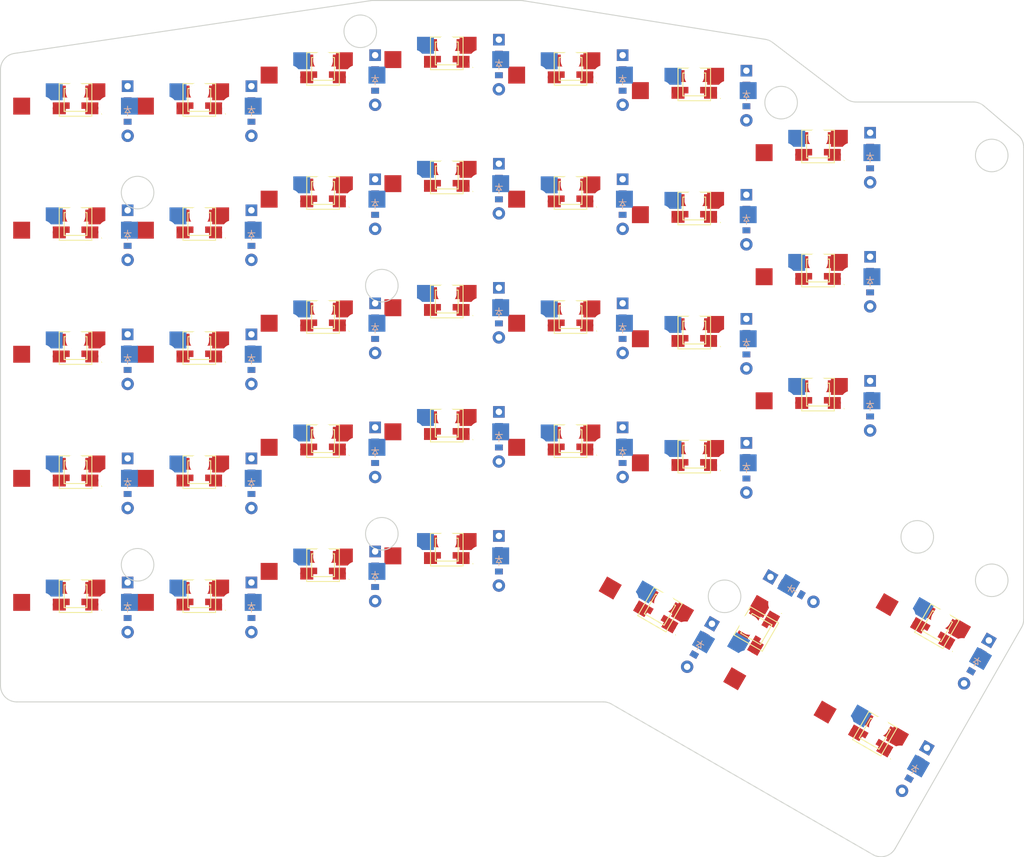
<source format=kicad_pcb>
(kicad_pcb (version 20171130) (host pcbnew 5.1.6)
  (title_block (title "slimdash") (rev "v1.0.0") (company "Unknown"))
  (layers (0 F.Cu signal) (31 B.Cu signal) (34 B.Paste user) (35 F.Paste user) (36 B.SilkS user) (37 F.SilkS user) (38 B.Mask user) (39 F.Mask user) (44 Edge.Cuts user))
  (net 0 "")
  (net 1 "COL0")
  (net 2 "mcone_mrone")
  (net 3 "mcone_mrtwo")
  (net 4 "mcone_mrthree")
  (net 5 "mcone_mrfour")
  (net 6 "COL1")
  (net 7 "mctwo_mrone")
  (net 8 "mctwo_mrtwo")
  (net 9 "mctwo_mrthree")
  (net 10 "mctwo_mrfour")
  (net 11 "COL2")
  (net 12 "mcthree_mrone")
  (net 13 "mcthree_mrtwo")
  (net 14 "mcthree_mrthree")
  (net 15 "mcthree_mrfour")
  (net 16 "COL3")
  (net 17 "mcfour_mrone")
  (net 18 "mcfour_mrtwo")
  (net 19 "mcfour_mrthree")
  (net 20 "mcfour_mrfour")
  (net 21 "COL4")
  (net 22 "mcfive_mrone")
  (net 23 "mcfive_mrtwo")
  (net 24 "mcfive_mrthree")
  (net 25 "mcfive_mrfour")
  (net 26 "COL5")
  (net 27 "mcsix_mrone")
  (net 28 "mcsix_mrtwo")
  (net 29 "mcsix_mrthree")
  (net 30 "mcsix_mrfour")
  (net 31 "COL6")
  (net 32 "icone_irone")
  (net 33 "icone_irtwo")
  (net 34 "icone_irthree")
  (net 35 "lcone_lrone")
  (net 36 "lctwo_lrone")
  (net 37 "lcthree_lrone")
  (net 38 "lcfour_lrone")
  (net 39 "tcone_trone")
  (net 40 "tctwo_trone")
  (net 41 "tOcone_tOrone")
  (net 42 "tOcone_tOrtwo")
  (net 43 "ROW3")
  (net 44 "ROW2")
  (net 45 "ROW1")
  (net 46 "ROW0")
  (net 47 "ROW4")
  (net 48 "DIN")
  (net 49 "DOUT")
  (net 50 "+5V")
  (net 51 "GND")
  (module PG1350 (layer F.Cu) (at 50 100 0)
    (fp_text reference "S1" hide)
    (fp_text value "" hide)
    (pad "" np_thru_hole circle (at 0 0) (size 3.429 3.429) (drill 3.429) (layers *.Cu *.Mask))
    (pad "" np_thru_hole circle (at 5.5 0) (size 1.7018 1.7018) (drill 1.7018) (layers *.Cu *.Mask))
    (pad "" np_thru_hole circle (at -5.5 0) (size 1.7018 1.7018) (drill 1.7018) (layers *.Cu *.Mask))
    (pad "" np_thru_hole circle (at 5 -3.75) (size 3 3) (drill 3) (layers *.Cu *.Mask))
    (pad "" np_thru_hole circle (at 0 -5.95) (size 3 3) (drill 3) (layers *.Cu *.Mask))
    (pad 1 smd rect (at -3.275 -5.95 0) (size 2.6 2.6) (layers B.Cu B.Paste B.Mask) (net 1 "COL0"))
    (pad 2 smd rect (at 8.275 -3.75 0) (size 2.6 2.6) (layers B.Cu B.Paste B.Mask) (net 2 "mcone_mrone"))
    (pad "" np_thru_hole circle (at -5 -3.75) (size 3 3) (drill 3) (layers *.Cu *.Mask))
    (pad "" np_thru_hole circle (at 0 -5.95) (size 3 3) (drill 3) (layers *.Cu *.Mask))
    (pad 1 smd rect (at 3.275 -5.95 0) (size 2.6 2.6) (layers F.Cu F.Paste F.Mask) (net 1 "COL0"))
    (pad 2 smd rect (at -8.275 -3.75 0) (size 2.6 2.6) (layers F.Cu F.Paste F.Mask) (net 2 "mcone_mrone"))
  )
  (module PG1350 (layer F.Cu) (at 50 80.95 0)
    (fp_text reference "S2" hide)
    (fp_text value "" hide)
    (pad "" np_thru_hole circle (at 0 0) (size 3.429 3.429) (drill 3.429) (layers *.Cu *.Mask))
    (pad "" np_thru_hole circle (at 5.5 0) (size 1.7018 1.7018) (drill 1.7018) (layers *.Cu *.Mask))
    (pad "" np_thru_hole circle (at -5.5 0) (size 1.7018 1.7018) (drill 1.7018) (layers *.Cu *.Mask))
    (pad "" np_thru_hole circle (at 5 -3.75) (size 3 3) (drill 3) (layers *.Cu *.Mask))
    (pad "" np_thru_hole circle (at 0 -5.95) (size 3 3) (drill 3) (layers *.Cu *.Mask))
    (pad 1 smd rect (at -3.275 -5.95 0) (size 2.6 2.6) (layers B.Cu B.Paste B.Mask) (net 1 "COL0"))
    (pad 2 smd rect (at 8.275 -3.75 0) (size 2.6 2.6) (layers B.Cu B.Paste B.Mask) (net 3 "mcone_mrtwo"))
    (pad "" np_thru_hole circle (at -5 -3.75) (size 3 3) (drill 3) (layers *.Cu *.Mask))
    (pad "" np_thru_hole circle (at 0 -5.95) (size 3 3) (drill 3) (layers *.Cu *.Mask))
    (pad 1 smd rect (at 3.275 -5.95 0) (size 2.6 2.6) (layers F.Cu F.Paste F.Mask) (net 1 "COL0"))
    (pad 2 smd rect (at -8.275 -3.75 0) (size 2.6 2.6) (layers F.Cu F.Paste F.Mask) (net 3 "mcone_mrtwo"))
  )
  (module PG1350 (layer F.Cu) (at 50 61.900000000000006 0)
    (fp_text reference "S3" hide)
    (fp_text value "" hide)
    (pad "" np_thru_hole circle (at 0 0) (size 3.429 3.429) (drill 3.429) (layers *.Cu *.Mask))
    (pad "" np_thru_hole circle (at 5.5 0) (size 1.7018 1.7018) (drill 1.7018) (layers *.Cu *.Mask))
    (pad "" np_thru_hole circle (at -5.5 0) (size 1.7018 1.7018) (drill 1.7018) (layers *.Cu *.Mask))
    (pad "" np_thru_hole circle (at 5 -3.75) (size 3 3) (drill 3) (layers *.Cu *.Mask))
    (pad "" np_thru_hole circle (at 0 -5.95) (size 3 3) (drill 3) (layers *.Cu *.Mask))
    (pad 1 smd rect (at -3.275 -5.95 0) (size 2.6 2.6) (layers B.Cu B.Paste B.Mask) (net 1 "COL0"))
    (pad 2 smd rect (at 8.275 -3.75 0) (size 2.6 2.6) (layers B.Cu B.Paste B.Mask) (net 4 "mcone_mrthree"))
    (pad "" np_thru_hole circle (at -5 -3.75) (size 3 3) (drill 3) (layers *.Cu *.Mask))
    (pad "" np_thru_hole circle (at 0 -5.95) (size 3 3) (drill 3) (layers *.Cu *.Mask))
    (pad 1 smd rect (at 3.275 -5.95 0) (size 2.6 2.6) (layers F.Cu F.Paste F.Mask) (net 1 "COL0"))
    (pad 2 smd rect (at -8.275 -3.75 0) (size 2.6 2.6) (layers F.Cu F.Paste F.Mask) (net 4 "mcone_mrthree"))
  )
  (module PG1350 (layer F.Cu) (at 50 42.85000000000001 0)
    (fp_text reference "S4" hide)
    (fp_text value "" hide)
    (pad "" np_thru_hole circle (at 0 0) (size 3.429 3.429) (drill 3.429) (layers *.Cu *.Mask))
    (pad "" np_thru_hole circle (at 5.5 0) (size 1.7018 1.7018) (drill 1.7018) (layers *.Cu *.Mask))
    (pad "" np_thru_hole circle (at -5.5 0) (size 1.7018 1.7018) (drill 1.7018) (layers *.Cu *.Mask))
    (pad "" np_thru_hole circle (at 5 -3.75) (size 3 3) (drill 3) (layers *.Cu *.Mask))
    (pad "" np_thru_hole circle (at 0 -5.95) (size 3 3) (drill 3) (layers *.Cu *.Mask))
    (pad 1 smd rect (at -3.275 -5.95 0) (size 2.6 2.6) (layers B.Cu B.Paste B.Mask) (net 1 "COL0"))
    (pad 2 smd rect (at 8.275 -3.75 0) (size 2.6 2.6) (layers B.Cu B.Paste B.Mask) (net 5 "mcone_mrfour"))
    (pad "" np_thru_hole circle (at -5 -3.75) (size 3 3) (drill 3) (layers *.Cu *.Mask))
    (pad "" np_thru_hole circle (at 0 -5.95) (size 3 3) (drill 3) (layers *.Cu *.Mask))
    (pad 1 smd rect (at 3.275 -5.95 0) (size 2.6 2.6) (layers F.Cu F.Paste F.Mask) (net 1 "COL0"))
    (pad 2 smd rect (at -8.275 -3.75 0) (size 2.6 2.6) (layers F.Cu F.Paste F.Mask) (net 5 "mcone_mrfour"))
  )
  (module PG1350 (layer F.Cu) (at 69 100 0)
    (fp_text reference "S5" hide)
    (fp_text value "" hide)
    (pad "" np_thru_hole circle (at 0 0) (size 3.429 3.429) (drill 3.429) (layers *.Cu *.Mask))
    (pad "" np_thru_hole circle (at 5.5 0) (size 1.7018 1.7018) (drill 1.7018) (layers *.Cu *.Mask))
    (pad "" np_thru_hole circle (at -5.5 0) (size 1.7018 1.7018) (drill 1.7018) (layers *.Cu *.Mask))
    (pad "" np_thru_hole circle (at 5 -3.75) (size 3 3) (drill 3) (layers *.Cu *.Mask))
    (pad "" np_thru_hole circle (at 0 -5.95) (size 3 3) (drill 3) (layers *.Cu *.Mask))
    (pad 1 smd rect (at -3.275 -5.95 0) (size 2.6 2.6) (layers B.Cu B.Paste B.Mask) (net 6 "COL1"))
    (pad 2 smd rect (at 8.275 -3.75 0) (size 2.6 2.6) (layers B.Cu B.Paste B.Mask) (net 7 "mctwo_mrone"))
    (pad "" np_thru_hole circle (at -5 -3.75) (size 3 3) (drill 3) (layers *.Cu *.Mask))
    (pad "" np_thru_hole circle (at 0 -5.95) (size 3 3) (drill 3) (layers *.Cu *.Mask))
    (pad 1 smd rect (at 3.275 -5.95 0) (size 2.6 2.6) (layers F.Cu F.Paste F.Mask) (net 6 "COL1"))
    (pad 2 smd rect (at -8.275 -3.75 0) (size 2.6 2.6) (layers F.Cu F.Paste F.Mask) (net 7 "mctwo_mrone"))
  )
  (module PG1350 (layer F.Cu) (at 69 80.95 0)
    (fp_text reference "S6" hide)
    (fp_text value "" hide)
    (pad "" np_thru_hole circle (at 0 0) (size 3.429 3.429) (drill 3.429) (layers *.Cu *.Mask))
    (pad "" np_thru_hole circle (at 5.5 0) (size 1.7018 1.7018) (drill 1.7018) (layers *.Cu *.Mask))
    (pad "" np_thru_hole circle (at -5.5 0) (size 1.7018 1.7018) (drill 1.7018) (layers *.Cu *.Mask))
    (pad "" np_thru_hole circle (at 5 -3.75) (size 3 3) (drill 3) (layers *.Cu *.Mask))
    (pad "" np_thru_hole circle (at 0 -5.95) (size 3 3) (drill 3) (layers *.Cu *.Mask))
    (pad 1 smd rect (at -3.275 -5.95 0) (size 2.6 2.6) (layers B.Cu B.Paste B.Mask) (net 6 "COL1"))
    (pad 2 smd rect (at 8.275 -3.75 0) (size 2.6 2.6) (layers B.Cu B.Paste B.Mask) (net 8 "mctwo_mrtwo"))
    (pad "" np_thru_hole circle (at -5 -3.75) (size 3 3) (drill 3) (layers *.Cu *.Mask))
    (pad "" np_thru_hole circle (at 0 -5.95) (size 3 3) (drill 3) (layers *.Cu *.Mask))
    (pad 1 smd rect (at 3.275 -5.95 0) (size 2.6 2.6) (layers F.Cu F.Paste F.Mask) (net 6 "COL1"))
    (pad 2 smd rect (at -8.275 -3.75 0) (size 2.6 2.6) (layers F.Cu F.Paste F.Mask) (net 8 "mctwo_mrtwo"))
  )
  (module PG1350 (layer F.Cu) (at 69 61.900000000000006 0)
    (fp_text reference "S7" hide)
    (fp_text value "" hide)
    (pad "" np_thru_hole circle (at 0 0) (size 3.429 3.429) (drill 3.429) (layers *.Cu *.Mask))
    (pad "" np_thru_hole circle (at 5.5 0) (size 1.7018 1.7018) (drill 1.7018) (layers *.Cu *.Mask))
    (pad "" np_thru_hole circle (at -5.5 0) (size 1.7018 1.7018) (drill 1.7018) (layers *.Cu *.Mask))
    (pad "" np_thru_hole circle (at 5 -3.75) (size 3 3) (drill 3) (layers *.Cu *.Mask))
    (pad "" np_thru_hole circle (at 0 -5.95) (size 3 3) (drill 3) (layers *.Cu *.Mask))
    (pad 1 smd rect (at -3.275 -5.95 0) (size 2.6 2.6) (layers B.Cu B.Paste B.Mask) (net 6 "COL1"))
    (pad 2 smd rect (at 8.275 -3.75 0) (size 2.6 2.6) (layers B.Cu B.Paste B.Mask) (net 9 "mctwo_mrthree"))
    (pad "" np_thru_hole circle (at -5 -3.75) (size 3 3) (drill 3) (layers *.Cu *.Mask))
    (pad "" np_thru_hole circle (at 0 -5.95) (size 3 3) (drill 3) (layers *.Cu *.Mask))
    (pad 1 smd rect (at 3.275 -5.95 0) (size 2.6 2.6) (layers F.Cu F.Paste F.Mask) (net 6 "COL1"))
    (pad 2 smd rect (at -8.275 -3.75 0) (size 2.6 2.6) (layers F.Cu F.Paste F.Mask) (net 9 "mctwo_mrthree"))
  )
  (module PG1350 (layer F.Cu) (at 69 42.85000000000001 0)
    (fp_text reference "S8" hide)
    (fp_text value "" hide)
    (pad "" np_thru_hole circle (at 0 0) (size 3.429 3.429) (drill 3.429) (layers *.Cu *.Mask))
    (pad "" np_thru_hole circle (at 5.5 0) (size 1.7018 1.7018) (drill 1.7018) (layers *.Cu *.Mask))
    (pad "" np_thru_hole circle (at -5.5 0) (size 1.7018 1.7018) (drill 1.7018) (layers *.Cu *.Mask))
    (pad "" np_thru_hole circle (at 5 -3.75) (size 3 3) (drill 3) (layers *.Cu *.Mask))
    (pad "" np_thru_hole circle (at 0 -5.95) (size 3 3) (drill 3) (layers *.Cu *.Mask))
    (pad 1 smd rect (at -3.275 -5.95 0) (size 2.6 2.6) (layers B.Cu B.Paste B.Mask) (net 6 "COL1"))
    (pad 2 smd rect (at 8.275 -3.75 0) (size 2.6 2.6) (layers B.Cu B.Paste B.Mask) (net 10 "mctwo_mrfour"))
    (pad "" np_thru_hole circle (at -5 -3.75) (size 3 3) (drill 3) (layers *.Cu *.Mask))
    (pad "" np_thru_hole circle (at 0 -5.95) (size 3 3) (drill 3) (layers *.Cu *.Mask))
    (pad 1 smd rect (at 3.275 -5.95 0) (size 2.6 2.6) (layers F.Cu F.Paste F.Mask) (net 6 "COL1"))
    (pad 2 smd rect (at -8.275 -3.75 0) (size 2.6 2.6) (layers F.Cu F.Paste F.Mask) (net 10 "mctwo_mrfour"))
  )
  (module PG1350 (layer F.Cu) (at 88 95.2375 0)
    (fp_text reference "S9" hide)
    (fp_text value "" hide)
    (pad "" np_thru_hole circle (at 0 0) (size 3.429 3.429) (drill 3.429) (layers *.Cu *.Mask))
    (pad "" np_thru_hole circle (at 5.5 0) (size 1.7018 1.7018) (drill 1.7018) (layers *.Cu *.Mask))
    (pad "" np_thru_hole circle (at -5.5 0) (size 1.7018 1.7018) (drill 1.7018) (layers *.Cu *.Mask))
    (pad "" np_thru_hole circle (at 5 -3.75) (size 3 3) (drill 3) (layers *.Cu *.Mask))
    (pad "" np_thru_hole circle (at 0 -5.95) (size 3 3) (drill 3) (layers *.Cu *.Mask))
    (pad 1 smd rect (at -3.275 -5.95 0) (size 2.6 2.6) (layers B.Cu B.Paste B.Mask) (net 11 "COL2"))
    (pad 2 smd rect (at 8.275 -3.75 0) (size 2.6 2.6) (layers B.Cu B.Paste B.Mask) (net 12 "mcthree_mrone"))
    (pad "" np_thru_hole circle (at -5 -3.75) (size 3 3) (drill 3) (layers *.Cu *.Mask))
    (pad "" np_thru_hole circle (at 0 -5.95) (size 3 3) (drill 3) (layers *.Cu *.Mask))
    (pad 1 smd rect (at 3.275 -5.95 0) (size 2.6 2.6) (layers F.Cu F.Paste F.Mask) (net 11 "COL2"))
    (pad 2 smd rect (at -8.275 -3.75 0) (size 2.6 2.6) (layers F.Cu F.Paste F.Mask) (net 12 "mcthree_mrone"))
  )
  (module PG1350 (layer F.Cu) (at 88 76.1875 0)
    (fp_text reference "S10" hide)
    (fp_text value "" hide)
    (pad "" np_thru_hole circle (at 0 0) (size 3.429 3.429) (drill 3.429) (layers *.Cu *.Mask))
    (pad "" np_thru_hole circle (at 5.5 0) (size 1.7018 1.7018) (drill 1.7018) (layers *.Cu *.Mask))
    (pad "" np_thru_hole circle (at -5.5 0) (size 1.7018 1.7018) (drill 1.7018) (layers *.Cu *.Mask))
    (pad "" np_thru_hole circle (at 5 -3.75) (size 3 3) (drill 3) (layers *.Cu *.Mask))
    (pad "" np_thru_hole circle (at 0 -5.95) (size 3 3) (drill 3) (layers *.Cu *.Mask))
    (pad 1 smd rect (at -3.275 -5.95 0) (size 2.6 2.6) (layers B.Cu B.Paste B.Mask) (net 11 "COL2"))
    (pad 2 smd rect (at 8.275 -3.75 0) (size 2.6 2.6) (layers B.Cu B.Paste B.Mask) (net 13 "mcthree_mrtwo"))
    (pad "" np_thru_hole circle (at -5 -3.75) (size 3 3) (drill 3) (layers *.Cu *.Mask))
    (pad "" np_thru_hole circle (at 0 -5.95) (size 3 3) (drill 3) (layers *.Cu *.Mask))
    (pad 1 smd rect (at 3.275 -5.95 0) (size 2.6 2.6) (layers F.Cu F.Paste F.Mask) (net 11 "COL2"))
    (pad 2 smd rect (at -8.275 -3.75 0) (size 2.6 2.6) (layers F.Cu F.Paste F.Mask) (net 13 "mcthree_mrtwo"))
  )
  (module PG1350 (layer F.Cu) (at 88 57.1375 0)
    (fp_text reference "S11" hide)
    (fp_text value "" hide)
    (pad "" np_thru_hole circle (at 0 0) (size 3.429 3.429) (drill 3.429) (layers *.Cu *.Mask))
    (pad "" np_thru_hole circle (at 5.5 0) (size 1.7018 1.7018) (drill 1.7018) (layers *.Cu *.Mask))
    (pad "" np_thru_hole circle (at -5.5 0) (size 1.7018 1.7018) (drill 1.7018) (layers *.Cu *.Mask))
    (pad "" np_thru_hole circle (at 5 -3.75) (size 3 3) (drill 3) (layers *.Cu *.Mask))
    (pad "" np_thru_hole circle (at 0 -5.95) (size 3 3) (drill 3) (layers *.Cu *.Mask))
    (pad 1 smd rect (at -3.275 -5.95 0) (size 2.6 2.6) (layers B.Cu B.Paste B.Mask) (net 11 "COL2"))
    (pad 2 smd rect (at 8.275 -3.75 0) (size 2.6 2.6) (layers B.Cu B.Paste B.Mask) (net 14 "mcthree_mrthree"))
    (pad "" np_thru_hole circle (at -5 -3.75) (size 3 3) (drill 3) (layers *.Cu *.Mask))
    (pad "" np_thru_hole circle (at 0 -5.95) (size 3 3) (drill 3) (layers *.Cu *.Mask))
    (pad 1 smd rect (at 3.275 -5.95 0) (size 2.6 2.6) (layers F.Cu F.Paste F.Mask) (net 11 "COL2"))
    (pad 2 smd rect (at -8.275 -3.75 0) (size 2.6 2.6) (layers F.Cu F.Paste F.Mask) (net 14 "mcthree_mrthree"))
  )
  (module PG1350 (layer F.Cu) (at 88 38.087500000000006 0)
    (fp_text reference "S12" hide)
    (fp_text value "" hide)
    (pad "" np_thru_hole circle (at 0 0) (size 3.429 3.429) (drill 3.429) (layers *.Cu *.Mask))
    (pad "" np_thru_hole circle (at 5.5 0) (size 1.7018 1.7018) (drill 1.7018) (layers *.Cu *.Mask))
    (pad "" np_thru_hole circle (at -5.5 0) (size 1.7018 1.7018) (drill 1.7018) (layers *.Cu *.Mask))
    (pad "" np_thru_hole circle (at 5 -3.75) (size 3 3) (drill 3) (layers *.Cu *.Mask))
    (pad "" np_thru_hole circle (at 0 -5.95) (size 3 3) (drill 3) (layers *.Cu *.Mask))
    (pad 1 smd rect (at -3.275 -5.95 0) (size 2.6 2.6) (layers B.Cu B.Paste B.Mask) (net 11 "COL2"))
    (pad 2 smd rect (at 8.275 -3.75 0) (size 2.6 2.6) (layers B.Cu B.Paste B.Mask) (net 15 "mcthree_mrfour"))
    (pad "" np_thru_hole circle (at -5 -3.75) (size 3 3) (drill 3) (layers *.Cu *.Mask))
    (pad "" np_thru_hole circle (at 0 -5.95) (size 3 3) (drill 3) (layers *.Cu *.Mask))
    (pad 1 smd rect (at 3.275 -5.95 0) (size 2.6 2.6) (layers F.Cu F.Paste F.Mask) (net 11 "COL2"))
    (pad 2 smd rect (at -8.275 -3.75 0) (size 2.6 2.6) (layers F.Cu F.Paste F.Mask) (net 15 "mcthree_mrfour"))
  )
  (module PG1350 (layer F.Cu) (at 107 92.85625 0)
    (fp_text reference "S13" hide)
    (fp_text value "" hide)
    (pad "" np_thru_hole circle (at 0 0) (size 3.429 3.429) (drill 3.429) (layers *.Cu *.Mask))
    (pad "" np_thru_hole circle (at 5.5 0) (size 1.7018 1.7018) (drill 1.7018) (layers *.Cu *.Mask))
    (pad "" np_thru_hole circle (at -5.5 0) (size 1.7018 1.7018) (drill 1.7018) (layers *.Cu *.Mask))
    (pad "" np_thru_hole circle (at 5 -3.75) (size 3 3) (drill 3) (layers *.Cu *.Mask))
    (pad "" np_thru_hole circle (at 0 -5.95) (size 3 3) (drill 3) (layers *.Cu *.Mask))
    (pad 1 smd rect (at -3.275 -5.95 0) (size 2.6 2.6) (layers B.Cu B.Paste B.Mask) (net 16 "COL3"))
    (pad 2 smd rect (at 8.275 -3.75 0) (size 2.6 2.6) (layers B.Cu B.Paste B.Mask) (net 17 "mcfour_mrone"))
    (pad "" np_thru_hole circle (at -5 -3.75) (size 3 3) (drill 3) (layers *.Cu *.Mask))
    (pad "" np_thru_hole circle (at 0 -5.95) (size 3 3) (drill 3) (layers *.Cu *.Mask))
    (pad 1 smd rect (at 3.275 -5.95 0) (size 2.6 2.6) (layers F.Cu F.Paste F.Mask) (net 16 "COL3"))
    (pad 2 smd rect (at -8.275 -3.75 0) (size 2.6 2.6) (layers F.Cu F.Paste F.Mask) (net 17 "mcfour_mrone"))
  )
  (module PG1350 (layer F.Cu) (at 107 73.80625 0)
    (fp_text reference "S14" hide)
    (fp_text value "" hide)
    (pad "" np_thru_hole circle (at 0 0) (size 3.429 3.429) (drill 3.429) (layers *.Cu *.Mask))
    (pad "" np_thru_hole circle (at 5.5 0) (size 1.7018 1.7018) (drill 1.7018) (layers *.Cu *.Mask))
    (pad "" np_thru_hole circle (at -5.5 0) (size 1.7018 1.7018) (drill 1.7018) (layers *.Cu *.Mask))
    (pad "" np_thru_hole circle (at 5 -3.75) (size 3 3) (drill 3) (layers *.Cu *.Mask))
    (pad "" np_thru_hole circle (at 0 -5.95) (size 3 3) (drill 3) (layers *.Cu *.Mask))
    (pad 1 smd rect (at -3.275 -5.95 0) (size 2.6 2.6) (layers B.Cu B.Paste B.Mask) (net 16 "COL3"))
    (pad 2 smd rect (at 8.275 -3.75 0) (size 2.6 2.6) (layers B.Cu B.Paste B.Mask) (net 18 "mcfour_mrtwo"))
    (pad "" np_thru_hole circle (at -5 -3.75) (size 3 3) (drill 3) (layers *.Cu *.Mask))
    (pad "" np_thru_hole circle (at 0 -5.95) (size 3 3) (drill 3) (layers *.Cu *.Mask))
    (pad 1 smd rect (at 3.275 -5.95 0) (size 2.6 2.6) (layers F.Cu F.Paste F.Mask) (net 16 "COL3"))
    (pad 2 smd rect (at -8.275 -3.75 0) (size 2.6 2.6) (layers F.Cu F.Paste F.Mask) (net 18 "mcfour_mrtwo"))
  )
  (module PG1350 (layer F.Cu) (at 107 54.75625000000001 0)
    (fp_text reference "S15" hide)
    (fp_text value "" hide)
    (pad "" np_thru_hole circle (at 0 0) (size 3.429 3.429) (drill 3.429) (layers *.Cu *.Mask))
    (pad "" np_thru_hole circle (at 5.5 0) (size 1.7018 1.7018) (drill 1.7018) (layers *.Cu *.Mask))
    (pad "" np_thru_hole circle (at -5.5 0) (size 1.7018 1.7018) (drill 1.7018) (layers *.Cu *.Mask))
    (pad "" np_thru_hole circle (at 5 -3.75) (size 3 3) (drill 3) (layers *.Cu *.Mask))
    (pad "" np_thru_hole circle (at 0 -5.95) (size 3 3) (drill 3) (layers *.Cu *.Mask))
    (pad 1 smd rect (at -3.275 -5.95 0) (size 2.6 2.6) (layers B.Cu B.Paste B.Mask) (net 16 "COL3"))
    (pad 2 smd rect (at 8.275 -3.75 0) (size 2.6 2.6) (layers B.Cu B.Paste B.Mask) (net 19 "mcfour_mrthree"))
    (pad "" np_thru_hole circle (at -5 -3.75) (size 3 3) (drill 3) (layers *.Cu *.Mask))
    (pad "" np_thru_hole circle (at 0 -5.95) (size 3 3) (drill 3) (layers *.Cu *.Mask))
    (pad 1 smd rect (at 3.275 -5.95 0) (size 2.6 2.6) (layers F.Cu F.Paste F.Mask) (net 16 "COL3"))
    (pad 2 smd rect (at -8.275 -3.75 0) (size 2.6 2.6) (layers F.Cu F.Paste F.Mask) (net 19 "mcfour_mrthree"))
  )
  (module PG1350 (layer F.Cu) (at 107 35.70625000000001 0)
    (fp_text reference "S16" hide)
    (fp_text value "" hide)
    (pad "" np_thru_hole circle (at 0 0) (size 3.429 3.429) (drill 3.429) (layers *.Cu *.Mask))
    (pad "" np_thru_hole circle (at 5.5 0) (size 1.7018 1.7018) (drill 1.7018) (layers *.Cu *.Mask))
    (pad "" np_thru_hole circle (at -5.5 0) (size 1.7018 1.7018) (drill 1.7018) (layers *.Cu *.Mask))
    (pad "" np_thru_hole circle (at 5 -3.75) (size 3 3) (drill 3) (layers *.Cu *.Mask))
    (pad "" np_thru_hole circle (at 0 -5.95) (size 3 3) (drill 3) (layers *.Cu *.Mask))
    (pad 1 smd rect (at -3.275 -5.95 0) (size 2.6 2.6) (layers B.Cu B.Paste B.Mask) (net 16 "COL3"))
    (pad 2 smd rect (at 8.275 -3.75 0) (size 2.6 2.6) (layers B.Cu B.Paste B.Mask) (net 20 "mcfour_mrfour"))
    (pad "" np_thru_hole circle (at -5 -3.75) (size 3 3) (drill 3) (layers *.Cu *.Mask))
    (pad "" np_thru_hole circle (at 0 -5.95) (size 3 3) (drill 3) (layers *.Cu *.Mask))
    (pad 1 smd rect (at 3.275 -5.95 0) (size 2.6 2.6) (layers F.Cu F.Paste F.Mask) (net 16 "COL3"))
    (pad 2 smd rect (at -8.275 -3.75 0) (size 2.6 2.6) (layers F.Cu F.Paste F.Mask) (net 20 "mcfour_mrfour"))
  )
  (module PG1350 (layer F.Cu) (at 126 95.2375 0)
    (fp_text reference "S17" hide)
    (fp_text value "" hide)
    (pad "" np_thru_hole circle (at 0 0) (size 3.429 3.429) (drill 3.429) (layers *.Cu *.Mask))
    (pad "" np_thru_hole circle (at 5.5 0) (size 1.7018 1.7018) (drill 1.7018) (layers *.Cu *.Mask))
    (pad "" np_thru_hole circle (at -5.5 0) (size 1.7018 1.7018) (drill 1.7018) (layers *.Cu *.Mask))
    (pad "" np_thru_hole circle (at 5 -3.75) (size 3 3) (drill 3) (layers *.Cu *.Mask))
    (pad "" np_thru_hole circle (at 0 -5.95) (size 3 3) (drill 3) (layers *.Cu *.Mask))
    (pad 1 smd rect (at -3.275 -5.95 0) (size 2.6 2.6) (layers B.Cu B.Paste B.Mask) (net 21 "COL4"))
    (pad 2 smd rect (at 8.275 -3.75 0) (size 2.6 2.6) (layers B.Cu B.Paste B.Mask) (net 22 "mcfive_mrone"))
    (pad "" np_thru_hole circle (at -5 -3.75) (size 3 3) (drill 3) (layers *.Cu *.Mask))
    (pad "" np_thru_hole circle (at 0 -5.95) (size 3 3) (drill 3) (layers *.Cu *.Mask))
    (pad 1 smd rect (at 3.275 -5.95 0) (size 2.6 2.6) (layers F.Cu F.Paste F.Mask) (net 21 "COL4"))
    (pad 2 smd rect (at -8.275 -3.75 0) (size 2.6 2.6) (layers F.Cu F.Paste F.Mask) (net 22 "mcfive_mrone"))
  )
  (module PG1350 (layer F.Cu) (at 126 76.1875 0)
    (fp_text reference "S18" hide)
    (fp_text value "" hide)
    (pad "" np_thru_hole circle (at 0 0) (size 3.429 3.429) (drill 3.429) (layers *.Cu *.Mask))
    (pad "" np_thru_hole circle (at 5.5 0) (size 1.7018 1.7018) (drill 1.7018) (layers *.Cu *.Mask))
    (pad "" np_thru_hole circle (at -5.5 0) (size 1.7018 1.7018) (drill 1.7018) (layers *.Cu *.Mask))
    (pad "" np_thru_hole circle (at 5 -3.75) (size 3 3) (drill 3) (layers *.Cu *.Mask))
    (pad "" np_thru_hole circle (at 0 -5.95) (size 3 3) (drill 3) (layers *.Cu *.Mask))
    (pad 1 smd rect (at -3.275 -5.95 0) (size 2.6 2.6) (layers B.Cu B.Paste B.Mask) (net 21 "COL4"))
    (pad 2 smd rect (at 8.275 -3.75 0) (size 2.6 2.6) (layers B.Cu B.Paste B.Mask) (net 23 "mcfive_mrtwo"))
    (pad "" np_thru_hole circle (at -5 -3.75) (size 3 3) (drill 3) (layers *.Cu *.Mask))
    (pad "" np_thru_hole circle (at 0 -5.95) (size 3 3) (drill 3) (layers *.Cu *.Mask))
    (pad 1 smd rect (at 3.275 -5.95 0) (size 2.6 2.6) (layers F.Cu F.Paste F.Mask) (net 21 "COL4"))
    (pad 2 smd rect (at -8.275 -3.75 0) (size 2.6 2.6) (layers F.Cu F.Paste F.Mask) (net 23 "mcfive_mrtwo"))
  )
  (module PG1350 (layer F.Cu) (at 126 57.1375 0)
    (fp_text reference "S19" hide)
    (fp_text value "" hide)
    (pad "" np_thru_hole circle (at 0 0) (size 3.429 3.429) (drill 3.429) (layers *.Cu *.Mask))
    (pad "" np_thru_hole circle (at 5.5 0) (size 1.7018 1.7018) (drill 1.7018) (layers *.Cu *.Mask))
    (pad "" np_thru_hole circle (at -5.5 0) (size 1.7018 1.7018) (drill 1.7018) (layers *.Cu *.Mask))
    (pad "" np_thru_hole circle (at 5 -3.75) (size 3 3) (drill 3) (layers *.Cu *.Mask))
    (pad "" np_thru_hole circle (at 0 -5.95) (size 3 3) (drill 3) (layers *.Cu *.Mask))
    (pad 1 smd rect (at -3.275 -5.95 0) (size 2.6 2.6) (layers B.Cu B.Paste B.Mask) (net 21 "COL4"))
    (pad 2 smd rect (at 8.275 -3.75 0) (size 2.6 2.6) (layers B.Cu B.Paste B.Mask) (net 24 "mcfive_mrthree"))
    (pad "" np_thru_hole circle (at -5 -3.75) (size 3 3) (drill 3) (layers *.Cu *.Mask))
    (pad "" np_thru_hole circle (at 0 -5.95) (size 3 3) (drill 3) (layers *.Cu *.Mask))
    (pad 1 smd rect (at 3.275 -5.95 0) (size 2.6 2.6) (layers F.Cu F.Paste F.Mask) (net 21 "COL4"))
    (pad 2 smd rect (at -8.275 -3.75 0) (size 2.6 2.6) (layers F.Cu F.Paste F.Mask) (net 24 "mcfive_mrthree"))
  )
  (module PG1350 (layer F.Cu) (at 126 38.087500000000006 0)
    (fp_text reference "S20" hide)
    (fp_text value "" hide)
    (pad "" np_thru_hole circle (at 0 0) (size 3.429 3.429) (drill 3.429) (layers *.Cu *.Mask))
    (pad "" np_thru_hole circle (at 5.5 0) (size 1.7018 1.7018) (drill 1.7018) (layers *.Cu *.Mask))
    (pad "" np_thru_hole circle (at -5.5 0) (size 1.7018 1.7018) (drill 1.7018) (layers *.Cu *.Mask))
    (pad "" np_thru_hole circle (at 5 -3.75) (size 3 3) (drill 3) (layers *.Cu *.Mask))
    (pad "" np_thru_hole circle (at 0 -5.95) (size 3 3) (drill 3) (layers *.Cu *.Mask))
    (pad 1 smd rect (at -3.275 -5.95 0) (size 2.6 2.6) (layers B.Cu B.Paste B.Mask) (net 21 "COL4"))
    (pad 2 smd rect (at 8.275 -3.75 0) (size 2.6 2.6) (layers B.Cu B.Paste B.Mask) (net 25 "mcfive_mrfour"))
    (pad "" np_thru_hole circle (at -5 -3.75) (size 3 3) (drill 3) (layers *.Cu *.Mask))
    (pad "" np_thru_hole circle (at 0 -5.95) (size 3 3) (drill 3) (layers *.Cu *.Mask))
    (pad 1 smd rect (at 3.275 -5.95 0) (size 2.6 2.6) (layers F.Cu F.Paste F.Mask) (net 21 "COL4"))
    (pad 2 smd rect (at -8.275 -3.75 0) (size 2.6 2.6) (layers F.Cu F.Paste F.Mask) (net 25 "mcfive_mrfour"))
  )
  (module PG1350 (layer F.Cu) (at 145 97.61875 0)
    (fp_text reference "S21" hide)
    (fp_text value "" hide)
    (pad "" np_thru_hole circle (at 0 0) (size 3.429 3.429) (drill 3.429) (layers *.Cu *.Mask))
    (pad "" np_thru_hole circle (at 5.5 0) (size 1.7018 1.7018) (drill 1.7018) (layers *.Cu *.Mask))
    (pad "" np_thru_hole circle (at -5.5 0) (size 1.7018 1.7018) (drill 1.7018) (layers *.Cu *.Mask))
    (pad "" np_thru_hole circle (at 5 -3.75) (size 3 3) (drill 3) (layers *.Cu *.Mask))
    (pad "" np_thru_hole circle (at 0 -5.95) (size 3 3) (drill 3) (layers *.Cu *.Mask))
    (pad 1 smd rect (at -3.275 -5.95 0) (size 2.6 2.6) (layers B.Cu B.Paste B.Mask) (net 26 "COL5"))
    (pad 2 smd rect (at 8.275 -3.75 0) (size 2.6 2.6) (layers B.Cu B.Paste B.Mask) (net 27 "mcsix_mrone"))
    (pad "" np_thru_hole circle (at -5 -3.75) (size 3 3) (drill 3) (layers *.Cu *.Mask))
    (pad "" np_thru_hole circle (at 0 -5.95) (size 3 3) (drill 3) (layers *.Cu *.Mask))
    (pad 1 smd rect (at 3.275 -5.95 0) (size 2.6 2.6) (layers F.Cu F.Paste F.Mask) (net 26 "COL5"))
    (pad 2 smd rect (at -8.275 -3.75 0) (size 2.6 2.6) (layers F.Cu F.Paste F.Mask) (net 27 "mcsix_mrone"))
  )
  (module PG1350 (layer F.Cu) (at 145 78.56875000000001 0)
    (fp_text reference "S22" hide)
    (fp_text value "" hide)
    (pad "" np_thru_hole circle (at 0 0) (size 3.429 3.429) (drill 3.429) (layers *.Cu *.Mask))
    (pad "" np_thru_hole circle (at 5.5 0) (size 1.7018 1.7018) (drill 1.7018) (layers *.Cu *.Mask))
    (pad "" np_thru_hole circle (at -5.5 0) (size 1.7018 1.7018) (drill 1.7018) (layers *.Cu *.Mask))
    (pad "" np_thru_hole circle (at 5 -3.75) (size 3 3) (drill 3) (layers *.Cu *.Mask))
    (pad "" np_thru_hole circle (at 0 -5.95) (size 3 3) (drill 3) (layers *.Cu *.Mask))
    (pad 1 smd rect (at -3.275 -5.95 0) (size 2.6 2.6) (layers B.Cu B.Paste B.Mask) (net 26 "COL5"))
    (pad 2 smd rect (at 8.275 -3.75 0) (size 2.6 2.6) (layers B.Cu B.Paste B.Mask) (net 28 "mcsix_mrtwo"))
    (pad "" np_thru_hole circle (at -5 -3.75) (size 3 3) (drill 3) (layers *.Cu *.Mask))
    (pad "" np_thru_hole circle (at 0 -5.95) (size 3 3) (drill 3) (layers *.Cu *.Mask))
    (pad 1 smd rect (at 3.275 -5.95 0) (size 2.6 2.6) (layers F.Cu F.Paste F.Mask) (net 26 "COL5"))
    (pad 2 smd rect (at -8.275 -3.75 0) (size 2.6 2.6) (layers F.Cu F.Paste F.Mask) (net 28 "mcsix_mrtwo"))
  )
  (module PG1350 (layer F.Cu) (at 145 59.51875000000001 0)
    (fp_text reference "S23" hide)
    (fp_text value "" hide)
    (pad "" np_thru_hole circle (at 0 0) (size 3.429 3.429) (drill 3.429) (layers *.Cu *.Mask))
    (pad "" np_thru_hole circle (at 5.5 0) (size 1.7018 1.7018) (drill 1.7018) (layers *.Cu *.Mask))
    (pad "" np_thru_hole circle (at -5.5 0) (size 1.7018 1.7018) (drill 1.7018) (layers *.Cu *.Mask))
    (pad "" np_thru_hole circle (at 5 -3.75) (size 3 3) (drill 3) (layers *.Cu *.Mask))
    (pad "" np_thru_hole circle (at 0 -5.95) (size 3 3) (drill 3) (layers *.Cu *.Mask))
    (pad 1 smd rect (at -3.275 -5.95 0) (size 2.6 2.6) (layers B.Cu B.Paste B.Mask) (net 26 "COL5"))
    (pad 2 smd rect (at 8.275 -3.75 0) (size 2.6 2.6) (layers B.Cu B.Paste B.Mask) (net 29 "mcsix_mrthree"))
    (pad "" np_thru_hole circle (at -5 -3.75) (size 3 3) (drill 3) (layers *.Cu *.Mask))
    (pad "" np_thru_hole circle (at 0 -5.95) (size 3 3) (drill 3) (layers *.Cu *.Mask))
    (pad 1 smd rect (at 3.275 -5.95 0) (size 2.6 2.6) (layers F.Cu F.Paste F.Mask) (net 26 "COL5"))
    (pad 2 smd rect (at -8.275 -3.75 0) (size 2.6 2.6) (layers F.Cu F.Paste F.Mask) (net 29 "mcsix_mrthree"))
  )
  (module PG1350 (layer F.Cu) (at 145 40.468750000000014 0)
    (fp_text reference "S24" hide)
    (fp_text value "" hide)
    (pad "" np_thru_hole circle (at 0 0) (size 3.429 3.429) (drill 3.429) (layers *.Cu *.Mask))
    (pad "" np_thru_hole circle (at 5.5 0) (size 1.7018 1.7018) (drill 1.7018) (layers *.Cu *.Mask))
    (pad "" np_thru_hole circle (at -5.5 0) (size 1.7018 1.7018) (drill 1.7018) (layers *.Cu *.Mask))
    (pad "" np_thru_hole circle (at 5 -3.75) (size 3 3) (drill 3) (layers *.Cu *.Mask))
    (pad "" np_thru_hole circle (at 0 -5.95) (size 3 3) (drill 3) (layers *.Cu *.Mask))
    (pad 1 smd rect (at -3.275 -5.95 0) (size 2.6 2.6) (layers B.Cu B.Paste B.Mask) (net 26 "COL5"))
    (pad 2 smd rect (at 8.275 -3.75 0) (size 2.6 2.6) (layers B.Cu B.Paste B.Mask) (net 30 "mcsix_mrfour"))
    (pad "" np_thru_hole circle (at -5 -3.75) (size 3 3) (drill 3) (layers *.Cu *.Mask))
    (pad "" np_thru_hole circle (at 0 -5.95) (size 3 3) (drill 3) (layers *.Cu *.Mask))
    (pad 1 smd rect (at 3.275 -5.95 0) (size 2.6 2.6) (layers F.Cu F.Paste F.Mask) (net 26 "COL5"))
    (pad 2 smd rect (at -8.275 -3.75 0) (size 2.6 2.6) (layers F.Cu F.Paste F.Mask) (net 30 "mcsix_mrfour"))
  )
  (module PG1350 (layer F.Cu) (at 164 88.09375 0)
    (fp_text reference "S25" hide)
    (fp_text value "" hide)
    (pad "" np_thru_hole circle (at 0 0) (size 3.429 3.429) (drill 3.429) (layers *.Cu *.Mask))
    (pad "" np_thru_hole circle (at 5.5 0) (size 1.7018 1.7018) (drill 1.7018) (layers *.Cu *.Mask))
    (pad "" np_thru_hole circle (at -5.5 0) (size 1.7018 1.7018) (drill 1.7018) (layers *.Cu *.Mask))
    (pad "" np_thru_hole circle (at 5 -3.75) (size 3 3) (drill 3) (layers *.Cu *.Mask))
    (pad "" np_thru_hole circle (at 0 -5.95) (size 3 3) (drill 3) (layers *.Cu *.Mask))
    (pad 1 smd rect (at -3.275 -5.95 0) (size 2.6 2.6) (layers B.Cu B.Paste B.Mask) (net 31 "COL6"))
    (pad 2 smd rect (at 8.275 -3.75 0) (size 2.6 2.6) (layers B.Cu B.Paste B.Mask) (net 32 "icone_irone"))
    (pad "" np_thru_hole circle (at -5 -3.75) (size 3 3) (drill 3) (layers *.Cu *.Mask))
    (pad "" np_thru_hole circle (at 0 -5.95) (size 3 3) (drill 3) (layers *.Cu *.Mask))
    (pad 1 smd rect (at 3.275 -5.95 0) (size 2.6 2.6) (layers F.Cu F.Paste F.Mask) (net 31 "COL6"))
    (pad 2 smd rect (at -8.275 -3.75 0) (size 2.6 2.6) (layers F.Cu F.Paste F.Mask) (net 32 "icone_irone"))
  )
  (module PG1350 (layer F.Cu) (at 164 69.04375 0)
    (fp_text reference "S26" hide)
    (fp_text value "" hide)
    (pad "" np_thru_hole circle (at 0 0) (size 3.429 3.429) (drill 3.429) (layers *.Cu *.Mask))
    (pad "" np_thru_hole circle (at 5.5 0) (size 1.7018 1.7018) (drill 1.7018) (layers *.Cu *.Mask))
    (pad "" np_thru_hole circle (at -5.5 0) (size 1.7018 1.7018) (drill 1.7018) (layers *.Cu *.Mask))
    (pad "" np_thru_hole circle (at 5 -3.75) (size 3 3) (drill 3) (layers *.Cu *.Mask))
    (pad "" np_thru_hole circle (at 0 -5.95) (size 3 3) (drill 3) (layers *.Cu *.Mask))
    (pad 1 smd rect (at -3.275 -5.95 0) (size 2.6 2.6) (layers B.Cu B.Paste B.Mask) (net 31 "COL6"))
    (pad 2 smd rect (at 8.275 -3.75 0) (size 2.6 2.6) (layers B.Cu B.Paste B.Mask) (net 33 "icone_irtwo"))
    (pad "" np_thru_hole circle (at -5 -3.75) (size 3 3) (drill 3) (layers *.Cu *.Mask))
    (pad "" np_thru_hole circle (at 0 -5.95) (size 3 3) (drill 3) (layers *.Cu *.Mask))
    (pad 1 smd rect (at 3.275 -5.95 0) (size 2.6 2.6) (layers F.Cu F.Paste F.Mask) (net 31 "COL6"))
    (pad 2 smd rect (at -8.275 -3.75 0) (size 2.6 2.6) (layers F.Cu F.Paste F.Mask) (net 33 "icone_irtwo"))
  )
  (module PG1350 (layer F.Cu) (at 164 49.993750000000006 0)
    (fp_text reference "S27" hide)
    (fp_text value "" hide)
    (pad "" np_thru_hole circle (at 0 0) (size 3.429 3.429) (drill 3.429) (layers *.Cu *.Mask))
    (pad "" np_thru_hole circle (at 5.5 0) (size 1.7018 1.7018) (drill 1.7018) (layers *.Cu *.Mask))
    (pad "" np_thru_hole circle (at -5.5 0) (size 1.7018 1.7018) (drill 1.7018) (layers *.Cu *.Mask))
    (pad "" np_thru_hole circle (at 5 -3.75) (size 3 3) (drill 3) (layers *.Cu *.Mask))
    (pad "" np_thru_hole circle (at 0 -5.95) (size 3 3) (drill 3) (layers *.Cu *.Mask))
    (pad 1 smd rect (at -3.275 -5.95 0) (size 2.6 2.6) (layers B.Cu B.Paste B.Mask) (net 31 "COL6"))
    (pad 2 smd rect (at 8.275 -3.75 0) (size 2.6 2.6) (layers B.Cu B.Paste B.Mask) (net 34 "icone_irthree"))
    (pad "" np_thru_hole circle (at -5 -3.75) (size 3 3) (drill 3) (layers *.Cu *.Mask))
    (pad "" np_thru_hole circle (at 0 -5.95) (size 3 3) (drill 3) (layers *.Cu *.Mask))
    (pad 1 smd rect (at 3.275 -5.95 0) (size 2.6 2.6) (layers F.Cu F.Paste F.Mask) (net 31 "COL6"))
    (pad 2 smd rect (at -8.275 -3.75 0) (size 2.6 2.6) (layers F.Cu F.Paste F.Mask) (net 34 "icone_irthree"))
  )
  (module PG1350 (layer F.Cu) (at 50 119.05 0)
    (fp_text reference "S28" hide)
    (fp_text value "" hide)
    (pad "" np_thru_hole circle (at 0 0) (size 3.429 3.429) (drill 3.429) (layers *.Cu *.Mask))
    (pad "" np_thru_hole circle (at 5.5 0) (size 1.7018 1.7018) (drill 1.7018) (layers *.Cu *.Mask))
    (pad "" np_thru_hole circle (at -5.5 0) (size 1.7018 1.7018) (drill 1.7018) (layers *.Cu *.Mask))
    (pad "" np_thru_hole circle (at 5 -3.75) (size 3 3) (drill 3) (layers *.Cu *.Mask))
    (pad "" np_thru_hole circle (at 0 -5.95) (size 3 3) (drill 3) (layers *.Cu *.Mask))
    (pad 1 smd rect (at -3.275 -5.95 0) (size 2.6 2.6) (layers B.Cu B.Paste B.Mask) (net 1 "COL0"))
    (pad 2 smd rect (at 8.275 -3.75 0) (size 2.6 2.6) (layers B.Cu B.Paste B.Mask) (net 35 "lcone_lrone"))
    (pad "" np_thru_hole circle (at -5 -3.75) (size 3 3) (drill 3) (layers *.Cu *.Mask))
    (pad "" np_thru_hole circle (at 0 -5.95) (size 3 3) (drill 3) (layers *.Cu *.Mask))
    (pad 1 smd rect (at 3.275 -5.95 0) (size 2.6 2.6) (layers F.Cu F.Paste F.Mask) (net 1 "COL0"))
    (pad 2 smd rect (at -8.275 -3.75 0) (size 2.6 2.6) (layers F.Cu F.Paste F.Mask) (net 35 "lcone_lrone"))
  )
  (module PG1350 (layer F.Cu) (at 69 119.05 0)
    (fp_text reference "S29" hide)
    (fp_text value "" hide)
    (pad "" np_thru_hole circle (at 0 0) (size 3.429 3.429) (drill 3.429) (layers *.Cu *.Mask))
    (pad "" np_thru_hole circle (at 5.5 0) (size 1.7018 1.7018) (drill 1.7018) (layers *.Cu *.Mask))
    (pad "" np_thru_hole circle (at -5.5 0) (size 1.7018 1.7018) (drill 1.7018) (layers *.Cu *.Mask))
    (pad "" np_thru_hole circle (at 5 -3.75) (size 3 3) (drill 3) (layers *.Cu *.Mask))
    (pad "" np_thru_hole circle (at 0 -5.95) (size 3 3) (drill 3) (layers *.Cu *.Mask))
    (pad 1 smd rect (at -3.275 -5.95 0) (size 2.6 2.6) (layers B.Cu B.Paste B.Mask) (net 6 "COL1"))
    (pad 2 smd rect (at 8.275 -3.75 0) (size 2.6 2.6) (layers B.Cu B.Paste B.Mask) (net 36 "lctwo_lrone"))
    (pad "" np_thru_hole circle (at -5 -3.75) (size 3 3) (drill 3) (layers *.Cu *.Mask))
    (pad "" np_thru_hole circle (at 0 -5.95) (size 3 3) (drill 3) (layers *.Cu *.Mask))
    (pad 1 smd rect (at 3.275 -5.95 0) (size 2.6 2.6) (layers F.Cu F.Paste F.Mask) (net 6 "COL1"))
    (pad 2 smd rect (at -8.275 -3.75 0) (size 2.6 2.6) (layers F.Cu F.Paste F.Mask) (net 36 "lctwo_lrone"))
  )
  (module PG1350 (layer F.Cu) (at 88 114.2875 0)
    (fp_text reference "S30" hide)
    (fp_text value "" hide)
    (pad "" np_thru_hole circle (at 0 0) (size 3.429 3.429) (drill 3.429) (layers *.Cu *.Mask))
    (pad "" np_thru_hole circle (at 5.5 0) (size 1.7018 1.7018) (drill 1.7018) (layers *.Cu *.Mask))
    (pad "" np_thru_hole circle (at -5.5 0) (size 1.7018 1.7018) (drill 1.7018) (layers *.Cu *.Mask))
    (pad "" np_thru_hole circle (at 5 -3.75) (size 3 3) (drill 3) (layers *.Cu *.Mask))
    (pad "" np_thru_hole circle (at 0 -5.95) (size 3 3) (drill 3) (layers *.Cu *.Mask))
    (pad 1 smd rect (at -3.275 -5.95 0) (size 2.6 2.6) (layers B.Cu B.Paste B.Mask) (net 11 "COL2"))
    (pad 2 smd rect (at 8.275 -3.75 0) (size 2.6 2.6) (layers B.Cu B.Paste B.Mask) (net 37 "lcthree_lrone"))
    (pad "" np_thru_hole circle (at -5 -3.75) (size 3 3) (drill 3) (layers *.Cu *.Mask))
    (pad "" np_thru_hole circle (at 0 -5.95) (size 3 3) (drill 3) (layers *.Cu *.Mask))
    (pad 1 smd rect (at 3.275 -5.95 0) (size 2.6 2.6) (layers F.Cu F.Paste F.Mask) (net 11 "COL2"))
    (pad 2 smd rect (at -8.275 -3.75 0) (size 2.6 2.6) (layers F.Cu F.Paste F.Mask) (net 37 "lcthree_lrone"))
  )
  (module PG1350 (layer F.Cu) (at 107 111.90625 0)
    (fp_text reference "S31" hide)
    (fp_text value "" hide)
    (pad "" np_thru_hole circle (at 0 0) (size 3.429 3.429) (drill 3.429) (layers *.Cu *.Mask))
    (pad "" np_thru_hole circle (at 5.5 0) (size 1.7018 1.7018) (drill 1.7018) (layers *.Cu *.Mask))
    (pad "" np_thru_hole circle (at -5.5 0) (size 1.7018 1.7018) (drill 1.7018) (layers *.Cu *.Mask))
    (pad "" np_thru_hole circle (at 5 -3.75) (size 3 3) (drill 3) (layers *.Cu *.Mask))
    (pad "" np_thru_hole circle (at 0 -5.95) (size 3 3) (drill 3) (layers *.Cu *.Mask))
    (pad 1 smd rect (at -3.275 -5.95 0) (size 2.6 2.6) (layers B.Cu B.Paste B.Mask) (net 16 "COL3"))
    (pad 2 smd rect (at 8.275 -3.75 0) (size 2.6 2.6) (layers B.Cu B.Paste B.Mask) (net 38 "lcfour_lrone"))
    (pad "" np_thru_hole circle (at -5 -3.75) (size 3 3) (drill 3) (layers *.Cu *.Mask))
    (pad "" np_thru_hole circle (at 0 -5.95) (size 3 3) (drill 3) (layers *.Cu *.Mask))
    (pad 1 smd rect (at 3.275 -5.95 0) (size 2.6 2.6) (layers F.Cu F.Paste F.Mask) (net 16 "COL3"))
    (pad 2 smd rect (at -8.275 -3.75 0) (size 2.6 2.6) (layers F.Cu F.Paste F.Mask) (net 38 "lcfour_lrone"))
  )
  (module PG1350 (layer F.Cu) (at 137.38 120.47875 -30)
    (fp_text reference "S32" hide)
    (fp_text value "" hide)
    (pad "" np_thru_hole circle (at 0 0) (size 3.429 3.429) (drill 3.429) (layers *.Cu *.Mask))
    (pad "" np_thru_hole circle (at 5.5 0) (size 1.7018 1.7018) (drill 1.7018) (layers *.Cu *.Mask))
    (pad "" np_thru_hole circle (at -5.5 0) (size 1.7018 1.7018) (drill 1.7018) (layers *.Cu *.Mask))
    (pad "" np_thru_hole circle (at 5 -3.75) (size 3 3) (drill 3) (layers *.Cu *.Mask))
    (pad "" np_thru_hole circle (at 0 -5.95) (size 3 3) (drill 3) (layers *.Cu *.Mask))
    (pad 1 smd rect (at -3.275 -5.95 -30) (size 2.6 2.6) (layers B.Cu B.Paste B.Mask) (net 21 "COL4"))
    (pad 2 smd rect (at 8.275 -3.75 -30) (size 2.6 2.6) (layers B.Cu B.Paste B.Mask) (net 39 "tcone_trone"))
    (pad "" np_thru_hole circle (at -5 -3.75) (size 3 3) (drill 3) (layers *.Cu *.Mask))
    (pad "" np_thru_hole circle (at 0 -5.95) (size 3 3) (drill 3) (layers *.Cu *.Mask))
    (pad 1 smd rect (at 3.275 -5.95 -30) (size 2.6 2.6) (layers F.Cu F.Paste F.Mask) (net 21 "COL4"))
    (pad 2 smd rect (at -8.275 -3.75 -30) (size 2.6 2.6) (layers F.Cu F.Paste F.Mask) (net 39 "tcone_trone"))
  )
  (module PG1350 (layer F.Cu) (at 158.59698269999998 121.72985800000001 60)
    (fp_text reference "S33" hide)
    (fp_text value "" hide)
    (pad "" np_thru_hole circle (at 0 0) (size 3.429 3.429) (drill 3.429) (layers *.Cu *.Mask))
    (pad "" np_thru_hole circle (at 5.5 0) (size 1.7018 1.7018) (drill 1.7018) (layers *.Cu *.Mask))
    (pad "" np_thru_hole circle (at -5.5 0) (size 1.7018 1.7018) (drill 1.7018) (layers *.Cu *.Mask))
    (pad "" np_thru_hole circle (at 5 -3.75) (size 3 3) (drill 3) (layers *.Cu *.Mask))
    (pad "" np_thru_hole circle (at 0 -5.95) (size 3 3) (drill 3) (layers *.Cu *.Mask))
    (pad 1 smd rect (at -3.275 -5.95 60) (size 2.6 2.6) (layers B.Cu B.Paste B.Mask) (net 26 "COL5"))
    (pad 2 smd rect (at 8.275 -3.75 60) (size 2.6 2.6) (layers B.Cu B.Paste B.Mask) (net 40 "tctwo_trone"))
    (pad "" np_thru_hole circle (at -5 -3.75) (size 3 3) (drill 3) (layers *.Cu *.Mask))
    (pad "" np_thru_hole circle (at 0 -5.95) (size 3 3) (drill 3) (layers *.Cu *.Mask))
    (pad 1 smd rect (at 3.275 -5.95 60) (size 2.6 2.6) (layers F.Cu F.Paste F.Mask) (net 26 "COL5"))
    (pad 2 smd rect (at -8.275 -3.75 60) (size 2.6 2.6) (layers F.Cu F.Paste F.Mask) (net 40 "tctwo_trone"))
  )
  (module PG1350 (layer F.Cu) (at 170.3755679 139.52875 -30)
    (fp_text reference "S34" hide)
    (fp_text value "" hide)
    (pad "" np_thru_hole circle (at 0 0) (size 3.429 3.429) (drill 3.429) (layers *.Cu *.Mask))
    (pad "" np_thru_hole circle (at 5.5 0) (size 1.7018 1.7018) (drill 1.7018) (layers *.Cu *.Mask))
    (pad "" np_thru_hole circle (at -5.5 0) (size 1.7018 1.7018) (drill 1.7018) (layers *.Cu *.Mask))
    (pad "" np_thru_hole circle (at 5 -3.75) (size 3 3) (drill 3) (layers *.Cu *.Mask))
    (pad "" np_thru_hole circle (at 0 -5.95) (size 3 3) (drill 3) (layers *.Cu *.Mask))
    (pad 1 smd rect (at -3.275 -5.95 -30) (size 2.6 2.6) (layers B.Cu B.Paste B.Mask) (net 31 "COL6"))
    (pad 2 smd rect (at 8.275 -3.75 -30) (size 2.6 2.6) (layers B.Cu B.Paste B.Mask) (net 41 "tOcone_tOrone"))
    (pad "" np_thru_hole circle (at -5 -3.75) (size 3 3) (drill 3) (layers *.Cu *.Mask))
    (pad "" np_thru_hole circle (at 0 -5.95) (size 3 3) (drill 3) (layers *.Cu *.Mask))
    (pad 1 smd rect (at 3.275 -5.95 -30) (size 2.6 2.6) (layers F.Cu F.Paste F.Mask) (net 31 "COL6"))
    (pad 2 smd rect (at -8.275 -3.75 -30) (size 2.6 2.6) (layers F.Cu F.Paste F.Mask) (net 41 "tOcone_tOrone"))
  )
  (module PG1350 (layer F.Cu) (at 179.9005679 123.0309661 -30)
    (fp_text reference "S35" hide)
    (fp_text value "" hide)
    (pad "" np_thru_hole circle (at 0 0) (size 3.429 3.429) (drill 3.429) (layers *.Cu *.Mask))
    (pad "" np_thru_hole circle (at 5.5 0) (size 1.7018 1.7018) (drill 1.7018) (layers *.Cu *.Mask))
    (pad "" np_thru_hole circle (at -5.5 0) (size 1.7018 1.7018) (drill 1.7018) (layers *.Cu *.Mask))
    (pad "" np_thru_hole circle (at 5 -3.75) (size 3 3) (drill 3) (layers *.Cu *.Mask))
    (pad "" np_thru_hole circle (at 0 -5.95) (size 3 3) (drill 3) (layers *.Cu *.Mask))
    (pad 1 smd rect (at -3.275 -5.95 -30) (size 2.6 2.6) (layers B.Cu B.Paste B.Mask) (net 31 "COL6"))
    (pad 2 smd rect (at 8.275 -3.75 -30) (size 2.6 2.6) (layers B.Cu B.Paste B.Mask) (net 42 "tOcone_tOrtwo"))
    (pad "" np_thru_hole circle (at -5 -3.75) (size 3 3) (drill 3) (layers *.Cu *.Mask))
    (pad "" np_thru_hole circle (at 0 -5.95) (size 3 3) (drill 3) (layers *.Cu *.Mask))
    (pad 1 smd rect (at 3.275 -5.95 -30) (size 2.6 2.6) (layers F.Cu F.Paste F.Mask) (net 31 "COL6"))
    (pad 2 smd rect (at -8.275 -3.75 -30) (size 2.6 2.6) (layers F.Cu F.Paste F.Mask) (net 42 "tOcone_tOrtwo"))
  )
  (module ComboDiode (layer F.Cu) (at 58 97 270)
    (fp_text reference "D1" hide)
    (fp_text value "" hide)
    (pad 1 smd rect (at -1.65 0 270) (size 0.9 1.2) (layers F.Cu F.Paste F.Mask) (net 43 "ROW3"))
    (pad 2 smd rect (at 1.65 0 270) (size 0.9 1.2) (layers B.Cu B.Paste B.Mask) (net 2 "mcone_mrone"))
    (pad 1 smd rect (at -1.65 0 270) (size 0.9 1.2) (layers B.Cu B.Paste B.Mask) (net 43 "ROW3"))
    (pad 2 smd rect (at 1.65 0 270) (size 0.9 1.2) (layers F.Cu F.Paste F.Mask) (net 2 "mcone_mrone"))
    (pad 1 thru_hole rect (at -3.81 0 270) (size 1.778 1.778) (drill 0.9906) (layers *.Cu *.Mask) (net 43 "ROW3"))
    (pad 2 thru_hole circle (at 3.81 0 270) (size 1.905 1.905) (drill 0.9906) (layers *.Cu *.Mask) (net 2 "mcone_mrone"))
  )
  (module ComboDiode (layer F.Cu) (at 58 77.95 270)
    (fp_text reference "D2" hide)
    (fp_text value "" hide)
    (pad 1 smd rect (at -1.65 0 270) (size 0.9 1.2) (layers F.Cu F.Paste F.Mask) (net 44 "ROW2"))
    (pad 2 smd rect (at 1.65 0 270) (size 0.9 1.2) (layers B.Cu B.Paste B.Mask) (net 3 "mcone_mrtwo"))
    (pad 1 smd rect (at -1.65 0 270) (size 0.9 1.2) (layers B.Cu B.Paste B.Mask) (net 44 "ROW2"))
    (pad 2 smd rect (at 1.65 0 270) (size 0.9 1.2) (layers F.Cu F.Paste F.Mask) (net 3 "mcone_mrtwo"))
    (pad 1 thru_hole rect (at -3.81 0 270) (size 1.778 1.778) (drill 0.9906) (layers *.Cu *.Mask) (net 44 "ROW2"))
    (pad 2 thru_hole circle (at 3.81 0 270) (size 1.905 1.905) (drill 0.9906) (layers *.Cu *.Mask) (net 3 "mcone_mrtwo"))
  )
  (module ComboDiode (layer F.Cu) (at 58 58.900000000000006 270)
    (fp_text reference "D3" hide)
    (fp_text value "" hide)
    (pad 1 smd rect (at -1.65 0 270) (size 0.9 1.2) (layers F.Cu F.Paste F.Mask) (net 45 "ROW1"))
    (pad 2 smd rect (at 1.65 0 270) (size 0.9 1.2) (layers B.Cu B.Paste B.Mask) (net 4 "mcone_mrthree"))
    (pad 1 smd rect (at -1.65 0 270) (size 0.9 1.2) (layers B.Cu B.Paste B.Mask) (net 45 "ROW1"))
    (pad 2 smd rect (at 1.65 0 270) (size 0.9 1.2) (layers F.Cu F.Paste F.Mask) (net 4 "mcone_mrthree"))
    (pad 1 thru_hole rect (at -3.81 0 270) (size 1.778 1.778) (drill 0.9906) (layers *.Cu *.Mask) (net 45 "ROW1"))
    (pad 2 thru_hole circle (at 3.81 0 270) (size 1.905 1.905) (drill 0.9906) (layers *.Cu *.Mask) (net 4 "mcone_mrthree"))
  )
  (module ComboDiode (layer F.Cu) (at 58 39.85000000000001 270)
    (fp_text reference "D4" hide)
    (fp_text value "" hide)
    (pad 1 smd rect (at -1.65 0 270) (size 0.9 1.2) (layers F.Cu F.Paste F.Mask) (net 46 "ROW0"))
    (pad 2 smd rect (at 1.65 0 270) (size 0.9 1.2) (layers B.Cu B.Paste B.Mask) (net 5 "mcone_mrfour"))
    (pad 1 smd rect (at -1.65 0 270) (size 0.9 1.2) (layers B.Cu B.Paste B.Mask) (net 46 "ROW0"))
    (pad 2 smd rect (at 1.65 0 270) (size 0.9 1.2) (layers F.Cu F.Paste F.Mask) (net 5 "mcone_mrfour"))
    (pad 1 thru_hole rect (at -3.81 0 270) (size 1.778 1.778) (drill 0.9906) (layers *.Cu *.Mask) (net 46 "ROW0"))
    (pad 2 thru_hole circle (at 3.81 0 270) (size 1.905 1.905) (drill 0.9906) (layers *.Cu *.Mask) (net 5 "mcone_mrfour"))
  )
  (module ComboDiode (layer F.Cu) (at 77 97 270)
    (fp_text reference "D5" hide)
    (fp_text value "" hide)
    (pad 1 smd rect (at -1.65 0 270) (size 0.9 1.2) (layers F.Cu F.Paste F.Mask) (net 43 "ROW3"))
    (pad 2 smd rect (at 1.65 0 270) (size 0.9 1.2) (layers B.Cu B.Paste B.Mask) (net 7 "mctwo_mrone"))
    (pad 1 smd rect (at -1.65 0 270) (size 0.9 1.2) (layers B.Cu B.Paste B.Mask) (net 43 "ROW3"))
    (pad 2 smd rect (at 1.65 0 270) (size 0.9 1.2) (layers F.Cu F.Paste F.Mask) (net 7 "mctwo_mrone"))
    (pad 1 thru_hole rect (at -3.81 0 270) (size 1.778 1.778) (drill 0.9906) (layers *.Cu *.Mask) (net 43 "ROW3"))
    (pad 2 thru_hole circle (at 3.81 0 270) (size 1.905 1.905) (drill 0.9906) (layers *.Cu *.Mask) (net 7 "mctwo_mrone"))
  )
  (module ComboDiode (layer F.Cu) (at 77 77.95 270)
    (fp_text reference "D6" hide)
    (fp_text value "" hide)
    (pad 1 smd rect (at -1.65 0 270) (size 0.9 1.2) (layers F.Cu F.Paste F.Mask) (net 44 "ROW2"))
    (pad 2 smd rect (at 1.65 0 270) (size 0.9 1.2) (layers B.Cu B.Paste B.Mask) (net 8 "mctwo_mrtwo"))
    (pad 1 smd rect (at -1.65 0 270) (size 0.9 1.2) (layers B.Cu B.Paste B.Mask) (net 44 "ROW2"))
    (pad 2 smd rect (at 1.65 0 270) (size 0.9 1.2) (layers F.Cu F.Paste F.Mask) (net 8 "mctwo_mrtwo"))
    (pad 1 thru_hole rect (at -3.81 0 270) (size 1.778 1.778) (drill 0.9906) (layers *.Cu *.Mask) (net 44 "ROW2"))
    (pad 2 thru_hole circle (at 3.81 0 270) (size 1.905 1.905) (drill 0.9906) (layers *.Cu *.Mask) (net 8 "mctwo_mrtwo"))
  )
  (module ComboDiode (layer F.Cu) (at 77 58.900000000000006 270)
    (fp_text reference "D7" hide)
    (fp_text value "" hide)
    (pad 1 smd rect (at -1.65 0 270) (size 0.9 1.2) (layers F.Cu F.Paste F.Mask) (net 45 "ROW1"))
    (pad 2 smd rect (at 1.65 0 270) (size 0.9 1.2) (layers B.Cu B.Paste B.Mask) (net 9 "mctwo_mrthree"))
    (pad 1 smd rect (at -1.65 0 270) (size 0.9 1.2) (layers B.Cu B.Paste B.Mask) (net 45 "ROW1"))
    (pad 2 smd rect (at 1.65 0 270) (size 0.9 1.2) (layers F.Cu F.Paste F.Mask) (net 9 "mctwo_mrthree"))
    (pad 1 thru_hole rect (at -3.81 0 270) (size 1.778 1.778) (drill 0.9906) (layers *.Cu *.Mask) (net 45 "ROW1"))
    (pad 2 thru_hole circle (at 3.81 0 270) (size 1.905 1.905) (drill 0.9906) (layers *.Cu *.Mask) (net 9 "mctwo_mrthree"))
  )
  (module ComboDiode (layer F.Cu) (at 77 39.85000000000001 270)
    (fp_text reference "D8" hide)
    (fp_text value "" hide)
    (pad 1 smd rect (at -1.65 0 270) (size 0.9 1.2) (layers F.Cu F.Paste F.Mask) (net 46 "ROW0"))
    (pad 2 smd rect (at 1.65 0 270) (size 0.9 1.2) (layers B.Cu B.Paste B.Mask) (net 10 "mctwo_mrfour"))
    (pad 1 smd rect (at -1.65 0 270) (size 0.9 1.2) (layers B.Cu B.Paste B.Mask) (net 46 "ROW0"))
    (pad 2 smd rect (at 1.65 0 270) (size 0.9 1.2) (layers F.Cu F.Paste F.Mask) (net 10 "mctwo_mrfour"))
    (pad 1 thru_hole rect (at -3.81 0 270) (size 1.778 1.778) (drill 0.9906) (layers *.Cu *.Mask) (net 46 "ROW0"))
    (pad 2 thru_hole circle (at 3.81 0 270) (size 1.905 1.905) (drill 0.9906) (layers *.Cu *.Mask) (net 10 "mctwo_mrfour"))
  )
  (module ComboDiode (layer F.Cu) (at 96 92.2375 270)
    (fp_text reference "D9" hide)
    (fp_text value "" hide)
    (pad 1 smd rect (at -1.65 0 270) (size 0.9 1.2) (layers F.Cu F.Paste F.Mask) (net 43 "ROW3"))
    (pad 2 smd rect (at 1.65 0 270) (size 0.9 1.2) (layers B.Cu B.Paste B.Mask) (net 12 "mcthree_mrone"))
    (pad 1 smd rect (at -1.65 0 270) (size 0.9 1.2) (layers B.Cu B.Paste B.Mask) (net 43 "ROW3"))
    (pad 2 smd rect (at 1.65 0 270) (size 0.9 1.2) (layers F.Cu F.Paste F.Mask) (net 12 "mcthree_mrone"))
    (pad 1 thru_hole rect (at -3.81 0 270) (size 1.778 1.778) (drill 0.9906) (layers *.Cu *.Mask) (net 43 "ROW3"))
    (pad 2 thru_hole circle (at 3.81 0 270) (size 1.905 1.905) (drill 0.9906) (layers *.Cu *.Mask) (net 12 "mcthree_mrone"))
  )
  (module ComboDiode (layer F.Cu) (at 96 73.1875 270)
    (fp_text reference "D10" hide)
    (fp_text value "" hide)
    (pad 1 smd rect (at -1.65 0 270) (size 0.9 1.2) (layers F.Cu F.Paste F.Mask) (net 44 "ROW2"))
    (pad 2 smd rect (at 1.65 0 270) (size 0.9 1.2) (layers B.Cu B.Paste B.Mask) (net 13 "mcthree_mrtwo"))
    (pad 1 smd rect (at -1.65 0 270) (size 0.9 1.2) (layers B.Cu B.Paste B.Mask) (net 44 "ROW2"))
    (pad 2 smd rect (at 1.65 0 270) (size 0.9 1.2) (layers F.Cu F.Paste F.Mask) (net 13 "mcthree_mrtwo"))
    (pad 1 thru_hole rect (at -3.81 0 270) (size 1.778 1.778) (drill 0.9906) (layers *.Cu *.Mask) (net 44 "ROW2"))
    (pad 2 thru_hole circle (at 3.81 0 270) (size 1.905 1.905) (drill 0.9906) (layers *.Cu *.Mask) (net 13 "mcthree_mrtwo"))
  )
  (module ComboDiode (layer F.Cu) (at 96 54.1375 270)
    (fp_text reference "D11" hide)
    (fp_text value "" hide)
    (pad 1 smd rect (at -1.65 0 270) (size 0.9 1.2) (layers F.Cu F.Paste F.Mask) (net 45 "ROW1"))
    (pad 2 smd rect (at 1.65 0 270) (size 0.9 1.2) (layers B.Cu B.Paste B.Mask) (net 14 "mcthree_mrthree"))
    (pad 1 smd rect (at -1.65 0 270) (size 0.9 1.2) (layers B.Cu B.Paste B.Mask) (net 45 "ROW1"))
    (pad 2 smd rect (at 1.65 0 270) (size 0.9 1.2) (layers F.Cu F.Paste F.Mask) (net 14 "mcthree_mrthree"))
    (pad 1 thru_hole rect (at -3.81 0 270) (size 1.778 1.778) (drill 0.9906) (layers *.Cu *.Mask) (net 45 "ROW1"))
    (pad 2 thru_hole circle (at 3.81 0 270) (size 1.905 1.905) (drill 0.9906) (layers *.Cu *.Mask) (net 14 "mcthree_mrthree"))
  )
  (module ComboDiode (layer F.Cu) (at 96 35.087500000000006 270)
    (fp_text reference "D12" hide)
    (fp_text value "" hide)
    (pad 1 smd rect (at -1.65 0 270) (size 0.9 1.2) (layers F.Cu F.Paste F.Mask) (net 46 "ROW0"))
    (pad 2 smd rect (at 1.65 0 270) (size 0.9 1.2) (layers B.Cu B.Paste B.Mask) (net 15 "mcthree_mrfour"))
    (pad 1 smd rect (at -1.65 0 270) (size 0.9 1.2) (layers B.Cu B.Paste B.Mask) (net 46 "ROW0"))
    (pad 2 smd rect (at 1.65 0 270) (size 0.9 1.2) (layers F.Cu F.Paste F.Mask) (net 15 "mcthree_mrfour"))
    (pad 1 thru_hole rect (at -3.81 0 270) (size 1.778 1.778) (drill 0.9906) (layers *.Cu *.Mask) (net 46 "ROW0"))
    (pad 2 thru_hole circle (at 3.81 0 270) (size 1.905 1.905) (drill 0.9906) (layers *.Cu *.Mask) (net 15 "mcthree_mrfour"))
  )
  (module ComboDiode (layer F.Cu) (at 115 89.85625 270)
    (fp_text reference "D13" hide)
    (fp_text value "" hide)
    (pad 1 smd rect (at -1.65 0 270) (size 0.9 1.2) (layers F.Cu F.Paste F.Mask) (net 43 "ROW3"))
    (pad 2 smd rect (at 1.65 0 270) (size 0.9 1.2) (layers B.Cu B.Paste B.Mask) (net 17 "mcfour_mrone"))
    (pad 1 smd rect (at -1.65 0 270) (size 0.9 1.2) (layers B.Cu B.Paste B.Mask) (net 43 "ROW3"))
    (pad 2 smd rect (at 1.65 0 270) (size 0.9 1.2) (layers F.Cu F.Paste F.Mask) (net 17 "mcfour_mrone"))
    (pad 1 thru_hole rect (at -3.81 0 270) (size 1.778 1.778) (drill 0.9906) (layers *.Cu *.Mask) (net 43 "ROW3"))
    (pad 2 thru_hole circle (at 3.81 0 270) (size 1.905 1.905) (drill 0.9906) (layers *.Cu *.Mask) (net 17 "mcfour_mrone"))
  )
  (module ComboDiode (layer F.Cu) (at 115 70.80625 270)
    (fp_text reference "D14" hide)
    (fp_text value "" hide)
    (pad 1 smd rect (at -1.65 0 270) (size 0.9 1.2) (layers F.Cu F.Paste F.Mask) (net 44 "ROW2"))
    (pad 2 smd rect (at 1.65 0 270) (size 0.9 1.2) (layers B.Cu B.Paste B.Mask) (net 18 "mcfour_mrtwo"))
    (pad 1 smd rect (at -1.65 0 270) (size 0.9 1.2) (layers B.Cu B.Paste B.Mask) (net 44 "ROW2"))
    (pad 2 smd rect (at 1.65 0 270) (size 0.9 1.2) (layers F.Cu F.Paste F.Mask) (net 18 "mcfour_mrtwo"))
    (pad 1 thru_hole rect (at -3.81 0 270) (size 1.778 1.778) (drill 0.9906) (layers *.Cu *.Mask) (net 44 "ROW2"))
    (pad 2 thru_hole circle (at 3.81 0 270) (size 1.905 1.905) (drill 0.9906) (layers *.Cu *.Mask) (net 18 "mcfour_mrtwo"))
  )
  (module ComboDiode (layer F.Cu) (at 115 51.75625000000001 270)
    (fp_text reference "D15" hide)
    (fp_text value "" hide)
    (pad 1 smd rect (at -1.65 0 270) (size 0.9 1.2) (layers F.Cu F.Paste F.Mask) (net 45 "ROW1"))
    (pad 2 smd rect (at 1.65 0 270) (size 0.9 1.2) (layers B.Cu B.Paste B.Mask) (net 19 "mcfour_mrthree"))
    (pad 1 smd rect (at -1.65 0 270) (size 0.9 1.2) (layers B.Cu B.Paste B.Mask) (net 45 "ROW1"))
    (pad 2 smd rect (at 1.65 0 270) (size 0.9 1.2) (layers F.Cu F.Paste F.Mask) (net 19 "mcfour_mrthree"))
    (pad 1 thru_hole rect (at -3.81 0 270) (size 1.778 1.778) (drill 0.9906) (layers *.Cu *.Mask) (net 45 "ROW1"))
    (pad 2 thru_hole circle (at 3.81 0 270) (size 1.905 1.905) (drill 0.9906) (layers *.Cu *.Mask) (net 19 "mcfour_mrthree"))
  )
  (module ComboDiode (layer F.Cu) (at 115 32.70625000000001 270)
    (fp_text reference "D16" hide)
    (fp_text value "" hide)
    (pad 1 smd rect (at -1.65 0 270) (size 0.9 1.2) (layers F.Cu F.Paste F.Mask) (net 46 "ROW0"))
    (pad 2 smd rect (at 1.65 0 270) (size 0.9 1.2) (layers B.Cu B.Paste B.Mask) (net 20 "mcfour_mrfour"))
    (pad 1 smd rect (at -1.65 0 270) (size 0.9 1.2) (layers B.Cu B.Paste B.Mask) (net 46 "ROW0"))
    (pad 2 smd rect (at 1.65 0 270) (size 0.9 1.2) (layers F.Cu F.Paste F.Mask) (net 20 "mcfour_mrfour"))
    (pad 1 thru_hole rect (at -3.81 0 270) (size 1.778 1.778) (drill 0.9906) (layers *.Cu *.Mask) (net 46 "ROW0"))
    (pad 2 thru_hole circle (at 3.81 0 270) (size 1.905 1.905) (drill 0.9906) (layers *.Cu *.Mask) (net 20 "mcfour_mrfour"))
  )
  (module ComboDiode (layer F.Cu) (at 134 92.2375 270)
    (fp_text reference "D17" hide)
    (fp_text value "" hide)
    (pad 1 smd rect (at -1.65 0 270) (size 0.9 1.2) (layers F.Cu F.Paste F.Mask) (net 43 "ROW3"))
    (pad 2 smd rect (at 1.65 0 270) (size 0.9 1.2) (layers B.Cu B.Paste B.Mask) (net 22 "mcfive_mrone"))
    (pad 1 smd rect (at -1.65 0 270) (size 0.9 1.2) (layers B.Cu B.Paste B.Mask) (net 43 "ROW3"))
    (pad 2 smd rect (at 1.65 0 270) (size 0.9 1.2) (layers F.Cu F.Paste F.Mask) (net 22 "mcfive_mrone"))
    (pad 1 thru_hole rect (at -3.81 0 270) (size 1.778 1.778) (drill 0.9906) (layers *.Cu *.Mask) (net 43 "ROW3"))
    (pad 2 thru_hole circle (at 3.81 0 270) (size 1.905 1.905) (drill 0.9906) (layers *.Cu *.Mask) (net 22 "mcfive_mrone"))
  )
  (module ComboDiode (layer F.Cu) (at 134 73.1875 270)
    (fp_text reference "D18" hide)
    (fp_text value "" hide)
    (pad 1 smd rect (at -1.65 0 270) (size 0.9 1.2) (layers F.Cu F.Paste F.Mask) (net 44 "ROW2"))
    (pad 2 smd rect (at 1.65 0 270) (size 0.9 1.2) (layers B.Cu B.Paste B.Mask) (net 23 "mcfive_mrtwo"))
    (pad 1 smd rect (at -1.65 0 270) (size 0.9 1.2) (layers B.Cu B.Paste B.Mask) (net 44 "ROW2"))
    (pad 2 smd rect (at 1.65 0 270) (size 0.9 1.2) (layers F.Cu F.Paste F.Mask) (net 23 "mcfive_mrtwo"))
    (pad 1 thru_hole rect (at -3.81 0 270) (size 1.778 1.778) (drill 0.9906) (layers *.Cu *.Mask) (net 44 "ROW2"))
    (pad 2 thru_hole circle (at 3.81 0 270) (size 1.905 1.905) (drill 0.9906) (layers *.Cu *.Mask) (net 23 "mcfive_mrtwo"))
  )
  (module ComboDiode (layer F.Cu) (at 134 54.1375 270)
    (fp_text reference "D19" hide)
    (fp_text value "" hide)
    (pad 1 smd rect (at -1.65 0 270) (size 0.9 1.2) (layers F.Cu F.Paste F.Mask) (net 45 "ROW1"))
    (pad 2 smd rect (at 1.65 0 270) (size 0.9 1.2) (layers B.Cu B.Paste B.Mask) (net 24 "mcfive_mrthree"))
    (pad 1 smd rect (at -1.65 0 270) (size 0.9 1.2) (layers B.Cu B.Paste B.Mask) (net 45 "ROW1"))
    (pad 2 smd rect (at 1.65 0 270) (size 0.9 1.2) (layers F.Cu F.Paste F.Mask) (net 24 "mcfive_mrthree"))
    (pad 1 thru_hole rect (at -3.81 0 270) (size 1.778 1.778) (drill 0.9906) (layers *.Cu *.Mask) (net 45 "ROW1"))
    (pad 2 thru_hole circle (at 3.81 0 270) (size 1.905 1.905) (drill 0.9906) (layers *.Cu *.Mask) (net 24 "mcfive_mrthree"))
  )
  (module ComboDiode (layer F.Cu) (at 134 35.087500000000006 270)
    (fp_text reference "D20" hide)
    (fp_text value "" hide)
    (pad 1 smd rect (at -1.65 0 270) (size 0.9 1.2) (layers F.Cu F.Paste F.Mask) (net 46 "ROW0"))
    (pad 2 smd rect (at 1.65 0 270) (size 0.9 1.2) (layers B.Cu B.Paste B.Mask) (net 25 "mcfive_mrfour"))
    (pad 1 smd rect (at -1.65 0 270) (size 0.9 1.2) (layers B.Cu B.Paste B.Mask) (net 46 "ROW0"))
    (pad 2 smd rect (at 1.65 0 270) (size 0.9 1.2) (layers F.Cu F.Paste F.Mask) (net 25 "mcfive_mrfour"))
    (pad 1 thru_hole rect (at -3.81 0 270) (size 1.778 1.778) (drill 0.9906) (layers *.Cu *.Mask) (net 46 "ROW0"))
    (pad 2 thru_hole circle (at 3.81 0 270) (size 1.905 1.905) (drill 0.9906) (layers *.Cu *.Mask) (net 25 "mcfive_mrfour"))
  )
  (module ComboDiode (layer F.Cu) (at 153 94.61875 270)
    (fp_text reference "D21" hide)
    (fp_text value "" hide)
    (pad 1 smd rect (at -1.65 0 270) (size 0.9 1.2) (layers F.Cu F.Paste F.Mask) (net 43 "ROW3"))
    (pad 2 smd rect (at 1.65 0 270) (size 0.9 1.2) (layers B.Cu B.Paste B.Mask) (net 27 "mcsix_mrone"))
    (pad 1 smd rect (at -1.65 0 270) (size 0.9 1.2) (layers B.Cu B.Paste B.Mask) (net 43 "ROW3"))
    (pad 2 smd rect (at 1.65 0 270) (size 0.9 1.2) (layers F.Cu F.Paste F.Mask) (net 27 "mcsix_mrone"))
    (pad 1 thru_hole rect (at -3.81 0 270) (size 1.778 1.778) (drill 0.9906) (layers *.Cu *.Mask) (net 43 "ROW3"))
    (pad 2 thru_hole circle (at 3.81 0 270) (size 1.905 1.905) (drill 0.9906) (layers *.Cu *.Mask) (net 27 "mcsix_mrone"))
  )
  (module ComboDiode (layer F.Cu) (at 153 75.56875000000001 270)
    (fp_text reference "D22" hide)
    (fp_text value "" hide)
    (pad 1 smd rect (at -1.65 0 270) (size 0.9 1.2) (layers F.Cu F.Paste F.Mask) (net 44 "ROW2"))
    (pad 2 smd rect (at 1.65 0 270) (size 0.9 1.2) (layers B.Cu B.Paste B.Mask) (net 28 "mcsix_mrtwo"))
    (pad 1 smd rect (at -1.65 0 270) (size 0.9 1.2) (layers B.Cu B.Paste B.Mask) (net 44 "ROW2"))
    (pad 2 smd rect (at 1.65 0 270) (size 0.9 1.2) (layers F.Cu F.Paste F.Mask) (net 28 "mcsix_mrtwo"))
    (pad 1 thru_hole rect (at -3.81 0 270) (size 1.778 1.778) (drill 0.9906) (layers *.Cu *.Mask) (net 44 "ROW2"))
    (pad 2 thru_hole circle (at 3.81 0 270) (size 1.905 1.905) (drill 0.9906) (layers *.Cu *.Mask) (net 28 "mcsix_mrtwo"))
  )
  (module ComboDiode (layer F.Cu) (at 153 56.51875000000001 270)
    (fp_text reference "D23" hide)
    (fp_text value "" hide)
    (pad 1 smd rect (at -1.65 0 270) (size 0.9 1.2) (layers F.Cu F.Paste F.Mask) (net 45 "ROW1"))
    (pad 2 smd rect (at 1.65 0 270) (size 0.9 1.2) (layers B.Cu B.Paste B.Mask) (net 29 "mcsix_mrthree"))
    (pad 1 smd rect (at -1.65 0 270) (size 0.9 1.2) (layers B.Cu B.Paste B.Mask) (net 45 "ROW1"))
    (pad 2 smd rect (at 1.65 0 270) (size 0.9 1.2) (layers F.Cu F.Paste F.Mask) (net 29 "mcsix_mrthree"))
    (pad 1 thru_hole rect (at -3.81 0 270) (size 1.778 1.778) (drill 0.9906) (layers *.Cu *.Mask) (net 45 "ROW1"))
    (pad 2 thru_hole circle (at 3.81 0 270) (size 1.905 1.905) (drill 0.9906) (layers *.Cu *.Mask) (net 29 "mcsix_mrthree"))
  )
  (module ComboDiode (layer F.Cu) (at 153 37.468750000000014 270)
    (fp_text reference "D24" hide)
    (fp_text value "" hide)
    (pad 1 smd rect (at -1.65 0 270) (size 0.9 1.2) (layers F.Cu F.Paste F.Mask) (net 46 "ROW0"))
    (pad 2 smd rect (at 1.65 0 270) (size 0.9 1.2) (layers B.Cu B.Paste B.Mask) (net 30 "mcsix_mrfour"))
    (pad 1 smd rect (at -1.65 0 270) (size 0.9 1.2) (layers B.Cu B.Paste B.Mask) (net 46 "ROW0"))
    (pad 2 smd rect (at 1.65 0 270) (size 0.9 1.2) (layers F.Cu F.Paste F.Mask) (net 30 "mcsix_mrfour"))
    (pad 1 thru_hole rect (at -3.81 0 270) (size 1.778 1.778) (drill 0.9906) (layers *.Cu *.Mask) (net 46 "ROW0"))
    (pad 2 thru_hole circle (at 3.81 0 270) (size 1.905 1.905) (drill 0.9906) (layers *.Cu *.Mask) (net 30 "mcsix_mrfour"))
  )
  (module ComboDiode (layer F.Cu) (at 172 85.09375 270)
    (fp_text reference "D25" hide)
    (fp_text value "" hide)
    (pad 1 smd rect (at -1.65 0 270) (size 0.9 1.2) (layers F.Cu F.Paste F.Mask) (net 44 "ROW2"))
    (pad 2 smd rect (at 1.65 0 270) (size 0.9 1.2) (layers B.Cu B.Paste B.Mask) (net 32 "icone_irone"))
    (pad 1 smd rect (at -1.65 0 270) (size 0.9 1.2) (layers B.Cu B.Paste B.Mask) (net 44 "ROW2"))
    (pad 2 smd rect (at 1.65 0 270) (size 0.9 1.2) (layers F.Cu F.Paste F.Mask) (net 32 "icone_irone"))
    (pad 1 thru_hole rect (at -3.81 0 270) (size 1.778 1.778) (drill 0.9906) (layers *.Cu *.Mask) (net 44 "ROW2"))
    (pad 2 thru_hole circle (at 3.81 0 270) (size 1.905 1.905) (drill 0.9906) (layers *.Cu *.Mask) (net 32 "icone_irone"))
  )
  (module ComboDiode (layer F.Cu) (at 172 66.04375 270)
    (fp_text reference "D26" hide)
    (fp_text value "" hide)
    (pad 1 smd rect (at -1.65 0 270) (size 0.9 1.2) (layers F.Cu F.Paste F.Mask) (net 45 "ROW1"))
    (pad 2 smd rect (at 1.65 0 270) (size 0.9 1.2) (layers B.Cu B.Paste B.Mask) (net 33 "icone_irtwo"))
    (pad 1 smd rect (at -1.65 0 270) (size 0.9 1.2) (layers B.Cu B.Paste B.Mask) (net 45 "ROW1"))
    (pad 2 smd rect (at 1.65 0 270) (size 0.9 1.2) (layers F.Cu F.Paste F.Mask) (net 33 "icone_irtwo"))
    (pad 1 thru_hole rect (at -3.81 0 270) (size 1.778 1.778) (drill 0.9906) (layers *.Cu *.Mask) (net 45 "ROW1"))
    (pad 2 thru_hole circle (at 3.81 0 270) (size 1.905 1.905) (drill 0.9906) (layers *.Cu *.Mask) (net 33 "icone_irtwo"))
  )
  (module ComboDiode (layer F.Cu) (at 172 46.993750000000006 270)
    (fp_text reference "D27" hide)
    (fp_text value "" hide)
    (pad 1 smd rect (at -1.65 0 270) (size 0.9 1.2) (layers F.Cu F.Paste F.Mask) (net 46 "ROW0"))
    (pad 2 smd rect (at 1.65 0 270) (size 0.9 1.2) (layers B.Cu B.Paste B.Mask) (net 34 "icone_irthree"))
    (pad 1 smd rect (at -1.65 0 270) (size 0.9 1.2) (layers B.Cu B.Paste B.Mask) (net 46 "ROW0"))
    (pad 2 smd rect (at 1.65 0 270) (size 0.9 1.2) (layers F.Cu F.Paste F.Mask) (net 34 "icone_irthree"))
    (pad 1 thru_hole rect (at -3.81 0 270) (size 1.778 1.778) (drill 0.9906) (layers *.Cu *.Mask) (net 46 "ROW0"))
    (pad 2 thru_hole circle (at 3.81 0 270) (size 1.905 1.905) (drill 0.9906) (layers *.Cu *.Mask) (net 34 "icone_irthree"))
  )
  (module ComboDiode (layer F.Cu) (at 58 116.05 270)
    (fp_text reference "D28" hide)
    (fp_text value "" hide)
    (pad 1 smd rect (at -1.65 0 270) (size 0.9 1.2) (layers F.Cu F.Paste F.Mask) (net 47 "ROW4"))
    (pad 2 smd rect (at 1.65 0 270) (size 0.9 1.2) (layers B.Cu B.Paste B.Mask) (net 35 "lcone_lrone"))
    (pad 1 smd rect (at -1.65 0 270) (size 0.9 1.2) (layers B.Cu B.Paste B.Mask) (net 47 "ROW4"))
    (pad 2 smd rect (at 1.65 0 270) (size 0.9 1.2) (layers F.Cu F.Paste F.Mask) (net 35 "lcone_lrone"))
    (pad 1 thru_hole rect (at -3.81 0 270) (size 1.778 1.778) (drill 0.9906) (layers *.Cu *.Mask) (net 47 "ROW4"))
    (pad 2 thru_hole circle (at 3.81 0 270) (size 1.905 1.905) (drill 0.9906) (layers *.Cu *.Mask) (net 35 "lcone_lrone"))
  )
  (module ComboDiode (layer F.Cu) (at 77 116.05 270)
    (fp_text reference "D29" hide)
    (fp_text value "" hide)
    (pad 1 smd rect (at -1.65 0 270) (size 0.9 1.2) (layers F.Cu F.Paste F.Mask) (net 47 "ROW4"))
    (pad 2 smd rect (at 1.65 0 270) (size 0.9 1.2) (layers B.Cu B.Paste B.Mask) (net 36 "lctwo_lrone"))
    (pad 1 smd rect (at -1.65 0 270) (size 0.9 1.2) (layers B.Cu B.Paste B.Mask) (net 47 "ROW4"))
    (pad 2 smd rect (at 1.65 0 270) (size 0.9 1.2) (layers F.Cu F.Paste F.Mask) (net 36 "lctwo_lrone"))
    (pad 1 thru_hole rect (at -3.81 0 270) (size 1.778 1.778) (drill 0.9906) (layers *.Cu *.Mask) (net 47 "ROW4"))
    (pad 2 thru_hole circle (at 3.81 0 270) (size 1.905 1.905) (drill 0.9906) (layers *.Cu *.Mask) (net 36 "lctwo_lrone"))
  )
  (module ComboDiode (layer F.Cu) (at 96 111.2875 270)
    (fp_text reference "D30" hide)
    (fp_text value "" hide)
    (pad 1 smd rect (at -1.65 0 270) (size 0.9 1.2) (layers F.Cu F.Paste F.Mask) (net 47 "ROW4"))
    (pad 2 smd rect (at 1.65 0 270) (size 0.9 1.2) (layers B.Cu B.Paste B.Mask) (net 37 "lcthree_lrone"))
    (pad 1 smd rect (at -1.65 0 270) (size 0.9 1.2) (layers B.Cu B.Paste B.Mask) (net 47 "ROW4"))
    (pad 2 smd rect (at 1.65 0 270) (size 0.9 1.2) (layers F.Cu F.Paste F.Mask) (net 37 "lcthree_lrone"))
    (pad 1 thru_hole rect (at -3.81 0 270) (size 1.778 1.778) (drill 0.9906) (layers *.Cu *.Mask) (net 47 "ROW4"))
    (pad 2 thru_hole circle (at 3.81 0 270) (size 1.905 1.905) (drill 0.9906) (layers *.Cu *.Mask) (net 37 "lcthree_lrone"))
  )
  (module ComboDiode (layer F.Cu) (at 115 108.90625 270)
    (fp_text reference "D31" hide)
    (fp_text value "" hide)
    (pad 1 smd rect (at -1.65 0 270) (size 0.9 1.2) (layers F.Cu F.Paste F.Mask) (net 47 "ROW4"))
    (pad 2 smd rect (at 1.65 0 270) (size 0.9 1.2) (layers B.Cu B.Paste B.Mask) (net 38 "lcfour_lrone"))
    (pad 1 smd rect (at -1.65 0 270) (size 0.9 1.2) (layers B.Cu B.Paste B.Mask) (net 47 "ROW4"))
    (pad 2 smd rect (at 1.65 0 270) (size 0.9 1.2) (layers F.Cu F.Paste F.Mask) (net 38 "lcfour_lrone"))
    (pad 1 thru_hole rect (at -3.81 0 270) (size 1.778 1.778) (drill 0.9906) (layers *.Cu *.Mask) (net 47 "ROW4"))
    (pad 2 thru_hole circle (at 3.81 0 270) (size 1.905 1.905) (drill 0.9906) (layers *.Cu *.Mask) (net 38 "lcfour_lrone"))
  )
  (module ComboDiode (layer F.Cu) (at 145.8082032 121.88067380000001 240)
    (fp_text reference "D32" hide)
    (fp_text value "" hide)
    (pad 1 smd rect (at -1.65 0 240) (size 0.9 1.2) (layers F.Cu F.Paste F.Mask) (net 47 "ROW4"))
    (pad 2 smd rect (at 1.65 0 240) (size 0.9 1.2) (layers B.Cu B.Paste B.Mask) (net 39 "tcone_trone"))
    (pad 1 smd rect (at -1.65 0 240) (size 0.9 1.2) (layers B.Cu B.Paste B.Mask) (net 47 "ROW4"))
    (pad 2 smd rect (at 1.65 0 240) (size 0.9 1.2) (layers F.Cu F.Paste F.Mask) (net 39 "tcone_trone"))
    (pad 1 thru_hole rect (at -3.81 0 240) (size 1.778 1.778) (drill 0.9906) (layers *.Cu *.Mask) (net 47 "ROW4"))
    (pad 2 thru_hole circle (at 3.81 0 240) (size 1.905 1.905) (drill 0.9906) (layers *.Cu *.Mask) (net 39 "tcone_trone"))
  )
  (module ComboDiode (layer F.Cu) (at 159.99890649999998 113.30165480000001 330)
    (fp_text reference "D33" hide)
    (fp_text value "" hide)
    (pad 1 smd rect (at -1.65 0 330) (size 0.9 1.2) (layers F.Cu F.Paste F.Mask) (net 47 "ROW4"))
    (pad 2 smd rect (at 1.65 0 330) (size 0.9 1.2) (layers B.Cu B.Paste B.Mask) (net 40 "tctwo_trone"))
    (pad 1 smd rect (at -1.65 0 330) (size 0.9 1.2) (layers B.Cu B.Paste B.Mask) (net 47 "ROW4"))
    (pad 2 smd rect (at 1.65 0 330) (size 0.9 1.2) (layers F.Cu F.Paste F.Mask) (net 40 "tctwo_trone"))
    (pad 1 thru_hole rect (at -3.81 0 330) (size 1.778 1.778) (drill 0.9906) (layers *.Cu *.Mask) (net 47 "ROW4"))
    (pad 2 thru_hole circle (at 3.81 0 330) (size 1.905 1.905) (drill 0.9906) (layers *.Cu *.Mask) (net 40 "tctwo_trone"))
  )
  (module ComboDiode (layer F.Cu) (at 178.8037711 140.9306738 240)
    (fp_text reference "D34" hide)
    (fp_text value "" hide)
    (pad 1 smd rect (at -1.65 0 240) (size 0.9 1.2) (layers F.Cu F.Paste F.Mask) (net 47 "ROW4"))
    (pad 2 smd rect (at 1.65 0 240) (size 0.9 1.2) (layers B.Cu B.Paste B.Mask) (net 41 "tOcone_tOrone"))
    (pad 1 smd rect (at -1.65 0 240) (size 0.9 1.2) (layers B.Cu B.Paste B.Mask) (net 47 "ROW4"))
    (pad 2 smd rect (at 1.65 0 240) (size 0.9 1.2) (layers F.Cu F.Paste F.Mask) (net 41 "tOcone_tOrone"))
    (pad 1 thru_hole rect (at -3.81 0 240) (size 1.778 1.778) (drill 0.9906) (layers *.Cu *.Mask) (net 47 "ROW4"))
    (pad 2 thru_hole circle (at 3.81 0 240) (size 1.905 1.905) (drill 0.9906) (layers *.Cu *.Mask) (net 41 "tOcone_tOrone"))
  )
  (module ComboDiode (layer F.Cu) (at 188.3287711 124.4328899 240)
    (fp_text reference "D35" hide)
    (fp_text value "" hide)
    (pad 1 smd rect (at -1.65 0 240) (size 0.9 1.2) (layers F.Cu F.Paste F.Mask) (net 43 "ROW3"))
    (pad 2 smd rect (at 1.65 0 240) (size 0.9 1.2) (layers B.Cu B.Paste B.Mask) (net 42 "tOcone_tOrtwo"))
    (pad 1 smd rect (at -1.65 0 240) (size 0.9 1.2) (layers B.Cu B.Paste B.Mask) (net 43 "ROW3"))
    (pad 2 smd rect (at 1.65 0 240) (size 0.9 1.2) (layers F.Cu F.Paste F.Mask) (net 42 "tOcone_tOrtwo"))
    (pad 1 thru_hole rect (at -3.81 0 240) (size 1.778 1.778) (drill 0.9906) (layers *.Cu *.Mask) (net 43 "ROW3"))
    (pad 2 thru_hole circle (at 3.81 0 240) (size 1.905 1.905) (drill 0.9906) (layers *.Cu *.Mask) (net 42 "tOcone_tOrtwo"))
  )
  (module WS2812B (layer F.Cu) (at 50 95.3 0)
    (fp_text reference "LED1" hide)
    (fp_text value "" hide)
    (pad 1 smd rect (at -2.2 -0.875 0) (size 2.6 1) (layers F.Cu F.Paste F.Mask) (net 50 "+5V"))
    (pad 2 smd rect (at -2.2 0.875 0) (size 2.6 1) (layers F.Cu F.Paste F.Mask) (net 49 "DOUT"))
    (pad 3 smd rect (at 2.2 0.875 0) (size 2.6 1) (layers F.Cu F.Paste F.Mask) (net 51 "GND"))
    (pad 4 smd rect (at 2.2 -0.875 0) (size 2.6 1) (layers F.Cu F.Paste F.Mask) (net 48 "DIN"))
    (pad 11 smd rect (at -2.5 -1.6 0) (size 2 1.2) (layers F.Cu F.Paste F.Mask) (net 50 "+5V"))
    (pad 22 smd rect (at -2.5 1.6 0) (size 2 1.2) (layers F.Cu F.Paste F.Mask) (net 49 "DOUT"))
    (pad 33 smd rect (at 2.5 1.6 0) (size 2 1.2) (layers F.Cu F.Paste F.Mask) (net 51 "GND"))
    (pad 44 smd rect (at 2.5 -1.6 0) (size 2 1.2) (layers F.Cu F.Paste F.Mask) (net 48 "DIN"))
  )
  (module WS2812B (layer F.Cu) (at 50 76.25 0)
    (fp_text reference "LED2" hide)
    (fp_text value "" hide)
    (pad 1 smd rect (at -2.2 -0.875 0) (size 2.6 1) (layers F.Cu F.Paste F.Mask) (net 50 "+5V"))
    (pad 2 smd rect (at -2.2 0.875 0) (size 2.6 1) (layers F.Cu F.Paste F.Mask) (net 49 "DOUT"))
    (pad 3 smd rect (at 2.2 0.875 0) (size 2.6 1) (layers F.Cu F.Paste F.Mask) (net 51 "GND"))
    (pad 4 smd rect (at 2.2 -0.875 0) (size 2.6 1) (layers F.Cu F.Paste F.Mask) (net 48 "DIN"))
    (pad 11 smd rect (at -2.5 -1.6 0) (size 2 1.2) (layers F.Cu F.Paste F.Mask) (net 50 "+5V"))
    (pad 22 smd rect (at -2.5 1.6 0) (size 2 1.2) (layers F.Cu F.Paste F.Mask) (net 49 "DOUT"))
    (pad 33 smd rect (at 2.5 1.6 0) (size 2 1.2) (layers F.Cu F.Paste F.Mask) (net 51 "GND"))
    (pad 44 smd rect (at 2.5 -1.6 0) (size 2 1.2) (layers F.Cu F.Paste F.Mask) (net 48 "DIN"))
  )
  (module WS2812B (layer F.Cu) (at 50 57.2 0)
    (fp_text reference "LED3" hide)
    (fp_text value "" hide)
    (pad 1 smd rect (at -2.2 -0.875 0) (size 2.6 1) (layers F.Cu F.Paste F.Mask) (net 50 "+5V"))
    (pad 2 smd rect (at -2.2 0.875 0) (size 2.6 1) (layers F.Cu F.Paste F.Mask) (net 49 "DOUT"))
    (pad 3 smd rect (at 2.2 0.875 0) (size 2.6 1) (layers F.Cu F.Paste F.Mask) (net 51 "GND"))
    (pad 4 smd rect (at 2.2 -0.875 0) (size 2.6 1) (layers F.Cu F.Paste F.Mask) (net 48 "DIN"))
    (pad 11 smd rect (at -2.5 -1.6 0) (size 2 1.2) (layers F.Cu F.Paste F.Mask) (net 50 "+5V"))
    (pad 22 smd rect (at -2.5 1.6 0) (size 2 1.2) (layers F.Cu F.Paste F.Mask) (net 49 "DOUT"))
    (pad 33 smd rect (at 2.5 1.6 0) (size 2 1.2) (layers F.Cu F.Paste F.Mask) (net 51 "GND"))
    (pad 44 smd rect (at 2.5 -1.6 0) (size 2 1.2) (layers F.Cu F.Paste F.Mask) (net 48 "DIN"))
  )
  (module WS2812B (layer F.Cu) (at 50 38.150000000000006 0)
    (fp_text reference "LED4" hide)
    (fp_text value "" hide)
    (pad 1 smd rect (at -2.2 -0.875 0) (size 2.6 1) (layers F.Cu F.Paste F.Mask) (net 50 "+5V"))
    (pad 2 smd rect (at -2.2 0.875 0) (size 2.6 1) (layers F.Cu F.Paste F.Mask) (net 49 "DOUT"))
    (pad 3 smd rect (at 2.2 0.875 0) (size 2.6 1) (layers F.Cu F.Paste F.Mask) (net 51 "GND"))
    (pad 4 smd rect (at 2.2 -0.875 0) (size 2.6 1) (layers F.Cu F.Paste F.Mask) (net 48 "DIN"))
    (pad 11 smd rect (at -2.5 -1.6 0) (size 2 1.2) (layers F.Cu F.Paste F.Mask) (net 50 "+5V"))
    (pad 22 smd rect (at -2.5 1.6 0) (size 2 1.2) (layers F.Cu F.Paste F.Mask) (net 49 "DOUT"))
    (pad 33 smd rect (at 2.5 1.6 0) (size 2 1.2) (layers F.Cu F.Paste F.Mask) (net 51 "GND"))
    (pad 44 smd rect (at 2.5 -1.6 0) (size 2 1.2) (layers F.Cu F.Paste F.Mask) (net 48 "DIN"))
  )
  (module WS2812B (layer F.Cu) (at 69 95.3 0)
    (fp_text reference "LED5" hide)
    (fp_text value "" hide)
    (pad 1 smd rect (at -2.2 -0.875 0) (size 2.6 1) (layers F.Cu F.Paste F.Mask) (net 50 "+5V"))
    (pad 2 smd rect (at -2.2 0.875 0) (size 2.6 1) (layers F.Cu F.Paste F.Mask) (net 49 "DOUT"))
    (pad 3 smd rect (at 2.2 0.875 0) (size 2.6 1) (layers F.Cu F.Paste F.Mask) (net 51 "GND"))
    (pad 4 smd rect (at 2.2 -0.875 0) (size 2.6 1) (layers F.Cu F.Paste F.Mask) (net 48 "DIN"))
    (pad 11 smd rect (at -2.5 -1.6 0) (size 2 1.2) (layers F.Cu F.Paste F.Mask) (net 50 "+5V"))
    (pad 22 smd rect (at -2.5 1.6 0) (size 2 1.2) (layers F.Cu F.Paste F.Mask) (net 49 "DOUT"))
    (pad 33 smd rect (at 2.5 1.6 0) (size 2 1.2) (layers F.Cu F.Paste F.Mask) (net 51 "GND"))
    (pad 44 smd rect (at 2.5 -1.6 0) (size 2 1.2) (layers F.Cu F.Paste F.Mask) (net 48 "DIN"))
  )
  (module WS2812B (layer F.Cu) (at 69 76.25 0)
    (fp_text reference "LED6" hide)
    (fp_text value "" hide)
    (pad 1 smd rect (at -2.2 -0.875 0) (size 2.6 1) (layers F.Cu F.Paste F.Mask) (net 50 "+5V"))
    (pad 2 smd rect (at -2.2 0.875 0) (size 2.6 1) (layers F.Cu F.Paste F.Mask) (net 49 "DOUT"))
    (pad 3 smd rect (at 2.2 0.875 0) (size 2.6 1) (layers F.Cu F.Paste F.Mask) (net 51 "GND"))
    (pad 4 smd rect (at 2.2 -0.875 0) (size 2.6 1) (layers F.Cu F.Paste F.Mask) (net 48 "DIN"))
    (pad 11 smd rect (at -2.5 -1.6 0) (size 2 1.2) (layers F.Cu F.Paste F.Mask) (net 50 "+5V"))
    (pad 22 smd rect (at -2.5 1.6 0) (size 2 1.2) (layers F.Cu F.Paste F.Mask) (net 49 "DOUT"))
    (pad 33 smd rect (at 2.5 1.6 0) (size 2 1.2) (layers F.Cu F.Paste F.Mask) (net 51 "GND"))
    (pad 44 smd rect (at 2.5 -1.6 0) (size 2 1.2) (layers F.Cu F.Paste F.Mask) (net 48 "DIN"))
  )
  (module WS2812B (layer F.Cu) (at 69 57.2 0)
    (fp_text reference "LED7" hide)
    (fp_text value "" hide)
    (pad 1 smd rect (at -2.2 -0.875 0) (size 2.6 1) (layers F.Cu F.Paste F.Mask) (net 50 "+5V"))
    (pad 2 smd rect (at -2.2 0.875 0) (size 2.6 1) (layers F.Cu F.Paste F.Mask) (net 49 "DOUT"))
    (pad 3 smd rect (at 2.2 0.875 0) (size 2.6 1) (layers F.Cu F.Paste F.Mask) (net 51 "GND"))
    (pad 4 smd rect (at 2.2 -0.875 0) (size 2.6 1) (layers F.Cu F.Paste F.Mask) (net 48 "DIN"))
    (pad 11 smd rect (at -2.5 -1.6 0) (size 2 1.2) (layers F.Cu F.Paste F.Mask) (net 50 "+5V"))
    (pad 22 smd rect (at -2.5 1.6 0) (size 2 1.2) (layers F.Cu F.Paste F.Mask) (net 49 "DOUT"))
    (pad 33 smd rect (at 2.5 1.6 0) (size 2 1.2) (layers F.Cu F.Paste F.Mask) (net 51 "GND"))
    (pad 44 smd rect (at 2.5 -1.6 0) (size 2 1.2) (layers F.Cu F.Paste F.Mask) (net 48 "DIN"))
  )
  (module WS2812B (layer F.Cu) (at 69 38.150000000000006 0)
    (fp_text reference "LED8" hide)
    (fp_text value "" hide)
    (pad 1 smd rect (at -2.2 -0.875 0) (size 2.6 1) (layers F.Cu F.Paste F.Mask) (net 50 "+5V"))
    (pad 2 smd rect (at -2.2 0.875 0) (size 2.6 1) (layers F.Cu F.Paste F.Mask) (net 49 "DOUT"))
    (pad 3 smd rect (at 2.2 0.875 0) (size 2.6 1) (layers F.Cu F.Paste F.Mask) (net 51 "GND"))
    (pad 4 smd rect (at 2.2 -0.875 0) (size 2.6 1) (layers F.Cu F.Paste F.Mask) (net 48 "DIN"))
    (pad 11 smd rect (at -2.5 -1.6 0) (size 2 1.2) (layers F.Cu F.Paste F.Mask) (net 50 "+5V"))
    (pad 22 smd rect (at -2.5 1.6 0) (size 2 1.2) (layers F.Cu F.Paste F.Mask) (net 49 "DOUT"))
    (pad 33 smd rect (at 2.5 1.6 0) (size 2 1.2) (layers F.Cu F.Paste F.Mask) (net 51 "GND"))
    (pad 44 smd rect (at 2.5 -1.6 0) (size 2 1.2) (layers F.Cu F.Paste F.Mask) (net 48 "DIN"))
  )
  (module WS2812B (layer F.Cu) (at 88 90.5375 0)
    (fp_text reference "LED9" hide)
    (fp_text value "" hide)
    (pad 1 smd rect (at -2.2 -0.875 0) (size 2.6 1) (layers F.Cu F.Paste F.Mask) (net 50 "+5V"))
    (pad 2 smd rect (at -2.2 0.875 0) (size 2.6 1) (layers F.Cu F.Paste F.Mask) (net 49 "DOUT"))
    (pad 3 smd rect (at 2.2 0.875 0) (size 2.6 1) (layers F.Cu F.Paste F.Mask) (net 51 "GND"))
    (pad 4 smd rect (at 2.2 -0.875 0) (size 2.6 1) (layers F.Cu F.Paste F.Mask) (net 48 "DIN"))
    (pad 11 smd rect (at -2.5 -1.6 0) (size 2 1.2) (layers F.Cu F.Paste F.Mask) (net 50 "+5V"))
    (pad 22 smd rect (at -2.5 1.6 0) (size 2 1.2) (layers F.Cu F.Paste F.Mask) (net 49 "DOUT"))
    (pad 33 smd rect (at 2.5 1.6 0) (size 2 1.2) (layers F.Cu F.Paste F.Mask) (net 51 "GND"))
    (pad 44 smd rect (at 2.5 -1.6 0) (size 2 1.2) (layers F.Cu F.Paste F.Mask) (net 48 "DIN"))
  )
  (module WS2812B (layer F.Cu) (at 88 71.4875 0)
    (fp_text reference "LED10" hide)
    (fp_text value "" hide)
    (pad 1 smd rect (at -2.2 -0.875 0) (size 2.6 1) (layers F.Cu F.Paste F.Mask) (net 50 "+5V"))
    (pad 2 smd rect (at -2.2 0.875 0) (size 2.6 1) (layers F.Cu F.Paste F.Mask) (net 49 "DOUT"))
    (pad 3 smd rect (at 2.2 0.875 0) (size 2.6 1) (layers F.Cu F.Paste F.Mask) (net 51 "GND"))
    (pad 4 smd rect (at 2.2 -0.875 0) (size 2.6 1) (layers F.Cu F.Paste F.Mask) (net 48 "DIN"))
    (pad 11 smd rect (at -2.5 -1.6 0) (size 2 1.2) (layers F.Cu F.Paste F.Mask) (net 50 "+5V"))
    (pad 22 smd rect (at -2.5 1.6 0) (size 2 1.2) (layers F.Cu F.Paste F.Mask) (net 49 "DOUT"))
    (pad 33 smd rect (at 2.5 1.6 0) (size 2 1.2) (layers F.Cu F.Paste F.Mask) (net 51 "GND"))
    (pad 44 smd rect (at 2.5 -1.6 0) (size 2 1.2) (layers F.Cu F.Paste F.Mask) (net 48 "DIN"))
  )
  (module WS2812B (layer F.Cu) (at 88 52.4375 0)
    (fp_text reference "LED11" hide)
    (fp_text value "" hide)
    (pad 1 smd rect (at -2.2 -0.875 0) (size 2.6 1) (layers F.Cu F.Paste F.Mask) (net 50 "+5V"))
    (pad 2 smd rect (at -2.2 0.875 0) (size 2.6 1) (layers F.Cu F.Paste F.Mask) (net 49 "DOUT"))
    (pad 3 smd rect (at 2.2 0.875 0) (size 2.6 1) (layers F.Cu F.Paste F.Mask) (net 51 "GND"))
    (pad 4 smd rect (at 2.2 -0.875 0) (size 2.6 1) (layers F.Cu F.Paste F.Mask) (net 48 "DIN"))
    (pad 11 smd rect (at -2.5 -1.6 0) (size 2 1.2) (layers F.Cu F.Paste F.Mask) (net 50 "+5V"))
    (pad 22 smd rect (at -2.5 1.6 0) (size 2 1.2) (layers F.Cu F.Paste F.Mask) (net 49 "DOUT"))
    (pad 33 smd rect (at 2.5 1.6 0) (size 2 1.2) (layers F.Cu F.Paste F.Mask) (net 51 "GND"))
    (pad 44 smd rect (at 2.5 -1.6 0) (size 2 1.2) (layers F.Cu F.Paste F.Mask) (net 48 "DIN"))
  )
  (module WS2812B (layer F.Cu) (at 88 33.3875 0)
    (fp_text reference "LED12" hide)
    (fp_text value "" hide)
    (pad 1 smd rect (at -2.2 -0.875 0) (size 2.6 1) (layers F.Cu F.Paste F.Mask) (net 50 "+5V"))
    (pad 2 smd rect (at -2.2 0.875 0) (size 2.6 1) (layers F.Cu F.Paste F.Mask) (net 49 "DOUT"))
    (pad 3 smd rect (at 2.2 0.875 0) (size 2.6 1) (layers F.Cu F.Paste F.Mask) (net 51 "GND"))
    (pad 4 smd rect (at 2.2 -0.875 0) (size 2.6 1) (layers F.Cu F.Paste F.Mask) (net 48 "DIN"))
    (pad 11 smd rect (at -2.5 -1.6 0) (size 2 1.2) (layers F.Cu F.Paste F.Mask) (net 50 "+5V"))
    (pad 22 smd rect (at -2.5 1.6 0) (size 2 1.2) (layers F.Cu F.Paste F.Mask) (net 49 "DOUT"))
    (pad 33 smd rect (at 2.5 1.6 0) (size 2 1.2) (layers F.Cu F.Paste F.Mask) (net 51 "GND"))
    (pad 44 smd rect (at 2.5 -1.6 0) (size 2 1.2) (layers F.Cu F.Paste F.Mask) (net 48 "DIN"))
  )
  (module WS2812B (layer F.Cu) (at 107 88.15625 0)
    (fp_text reference "LED13" hide)
    (fp_text value "" hide)
    (pad 1 smd rect (at -2.2 -0.875 0) (size 2.6 1) (layers F.Cu F.Paste F.Mask) (net 50 "+5V"))
    (pad 2 smd rect (at -2.2 0.875 0) (size 2.6 1) (layers F.Cu F.Paste F.Mask) (net 49 "DOUT"))
    (pad 3 smd rect (at 2.2 0.875 0) (size 2.6 1) (layers F.Cu F.Paste F.Mask) (net 51 "GND"))
    (pad 4 smd rect (at 2.2 -0.875 0) (size 2.6 1) (layers F.Cu F.Paste F.Mask) (net 48 "DIN"))
    (pad 11 smd rect (at -2.5 -1.6 0) (size 2 1.2) (layers F.Cu F.Paste F.Mask) (net 50 "+5V"))
    (pad 22 smd rect (at -2.5 1.6 0) (size 2 1.2) (layers F.Cu F.Paste F.Mask) (net 49 "DOUT"))
    (pad 33 smd rect (at 2.5 1.6 0) (size 2 1.2) (layers F.Cu F.Paste F.Mask) (net 51 "GND"))
    (pad 44 smd rect (at 2.5 -1.6 0) (size 2 1.2) (layers F.Cu F.Paste F.Mask) (net 48 "DIN"))
  )
  (module WS2812B (layer F.Cu) (at 107 69.10625 0)
    (fp_text reference "LED14" hide)
    (fp_text value "" hide)
    (pad 1 smd rect (at -2.2 -0.875 0) (size 2.6 1) (layers F.Cu F.Paste F.Mask) (net 50 "+5V"))
    (pad 2 smd rect (at -2.2 0.875 0) (size 2.6 1) (layers F.Cu F.Paste F.Mask) (net 49 "DOUT"))
    (pad 3 smd rect (at 2.2 0.875 0) (size 2.6 1) (layers F.Cu F.Paste F.Mask) (net 51 "GND"))
    (pad 4 smd rect (at 2.2 -0.875 0) (size 2.6 1) (layers F.Cu F.Paste F.Mask) (net 48 "DIN"))
    (pad 11 smd rect (at -2.5 -1.6 0) (size 2 1.2) (layers F.Cu F.Paste F.Mask) (net 50 "+5V"))
    (pad 22 smd rect (at -2.5 1.6 0) (size 2 1.2) (layers F.Cu F.Paste F.Mask) (net 49 "DOUT"))
    (pad 33 smd rect (at 2.5 1.6 0) (size 2 1.2) (layers F.Cu F.Paste F.Mask) (net 51 "GND"))
    (pad 44 smd rect (at 2.5 -1.6 0) (size 2 1.2) (layers F.Cu F.Paste F.Mask) (net 48 "DIN"))
  )
  (module WS2812B (layer F.Cu) (at 107 50.056250000000006 0)
    (fp_text reference "LED15" hide)
    (fp_text value "" hide)
    (pad 1 smd rect (at -2.2 -0.875 0) (size 2.6 1) (layers F.Cu F.Paste F.Mask) (net 50 "+5V"))
    (pad 2 smd rect (at -2.2 0.875 0) (size 2.6 1) (layers F.Cu F.Paste F.Mask) (net 49 "DOUT"))
    (pad 3 smd rect (at 2.2 0.875 0) (size 2.6 1) (layers F.Cu F.Paste F.Mask) (net 51 "GND"))
    (pad 4 smd rect (at 2.2 -0.875 0) (size 2.6 1) (layers F.Cu F.Paste F.Mask) (net 48 "DIN"))
    (pad 11 smd rect (at -2.5 -1.6 0) (size 2 1.2) (layers F.Cu F.Paste F.Mask) (net 50 "+5V"))
    (pad 22 smd rect (at -2.5 1.6 0) (size 2 1.2) (layers F.Cu F.Paste F.Mask) (net 49 "DOUT"))
    (pad 33 smd rect (at 2.5 1.6 0) (size 2 1.2) (layers F.Cu F.Paste F.Mask) (net 51 "GND"))
    (pad 44 smd rect (at 2.5 -1.6 0) (size 2 1.2) (layers F.Cu F.Paste F.Mask) (net 48 "DIN"))
  )
  (module WS2812B (layer F.Cu) (at 107 31.006250000000012 0)
    (fp_text reference "LED16" hide)
    (fp_text value "" hide)
    (pad 1 smd rect (at -2.2 -0.875 0) (size 2.6 1) (layers F.Cu F.Paste F.Mask) (net 50 "+5V"))
    (pad 2 smd rect (at -2.2 0.875 0) (size 2.6 1) (layers F.Cu F.Paste F.Mask) (net 49 "DOUT"))
    (pad 3 smd rect (at 2.2 0.875 0) (size 2.6 1) (layers F.Cu F.Paste F.Mask) (net 51 "GND"))
    (pad 4 smd rect (at 2.2 -0.875 0) (size 2.6 1) (layers F.Cu F.Paste F.Mask) (net 48 "DIN"))
    (pad 11 smd rect (at -2.5 -1.6 0) (size 2 1.2) (layers F.Cu F.Paste F.Mask) (net 50 "+5V"))
    (pad 22 smd rect (at -2.5 1.6 0) (size 2 1.2) (layers F.Cu F.Paste F.Mask) (net 49 "DOUT"))
    (pad 33 smd rect (at 2.5 1.6 0) (size 2 1.2) (layers F.Cu F.Paste F.Mask) (net 51 "GND"))
    (pad 44 smd rect (at 2.5 -1.6 0) (size 2 1.2) (layers F.Cu F.Paste F.Mask) (net 48 "DIN"))
  )
  (module WS2812B (layer F.Cu) (at 126 90.5375 0)
    (fp_text reference "LED17" hide)
    (fp_text value "" hide)
    (pad 1 smd rect (at -2.2 -0.875 0) (size 2.6 1) (layers F.Cu F.Paste F.Mask) (net 50 "+5V"))
    (pad 2 smd rect (at -2.2 0.875 0) (size 2.6 1) (layers F.Cu F.Paste F.Mask) (net 49 "DOUT"))
    (pad 3 smd rect (at 2.2 0.875 0) (size 2.6 1) (layers F.Cu F.Paste F.Mask) (net 51 "GND"))
    (pad 4 smd rect (at 2.2 -0.875 0) (size 2.6 1) (layers F.Cu F.Paste F.Mask) (net 48 "DIN"))
    (pad 11 smd rect (at -2.5 -1.6 0) (size 2 1.2) (layers F.Cu F.Paste F.Mask) (net 50 "+5V"))
    (pad 22 smd rect (at -2.5 1.6 0) (size 2 1.2) (layers F.Cu F.Paste F.Mask) (net 49 "DOUT"))
    (pad 33 smd rect (at 2.5 1.6 0) (size 2 1.2) (layers F.Cu F.Paste F.Mask) (net 51 "GND"))
    (pad 44 smd rect (at 2.5 -1.6 0) (size 2 1.2) (layers F.Cu F.Paste F.Mask) (net 48 "DIN"))
  )
  (module WS2812B (layer F.Cu) (at 126 71.4875 0)
    (fp_text reference "LED18" hide)
    (fp_text value "" hide)
    (pad 1 smd rect (at -2.2 -0.875 0) (size 2.6 1) (layers F.Cu F.Paste F.Mask) (net 50 "+5V"))
    (pad 2 smd rect (at -2.2 0.875 0) (size 2.6 1) (layers F.Cu F.Paste F.Mask) (net 49 "DOUT"))
    (pad 3 smd rect (at 2.2 0.875 0) (size 2.6 1) (layers F.Cu F.Paste F.Mask) (net 51 "GND"))
    (pad 4 smd rect (at 2.2 -0.875 0) (size 2.6 1) (layers F.Cu F.Paste F.Mask) (net 48 "DIN"))
    (pad 11 smd rect (at -2.5 -1.6 0) (size 2 1.2) (layers F.Cu F.Paste F.Mask) (net 50 "+5V"))
    (pad 22 smd rect (at -2.5 1.6 0) (size 2 1.2) (layers F.Cu F.Paste F.Mask) (net 49 "DOUT"))
    (pad 33 smd rect (at 2.5 1.6 0) (size 2 1.2) (layers F.Cu F.Paste F.Mask) (net 51 "GND"))
    (pad 44 smd rect (at 2.5 -1.6 0) (size 2 1.2) (layers F.Cu F.Paste F.Mask) (net 48 "DIN"))
  )
  (module WS2812B (layer F.Cu) (at 126 52.4375 0)
    (fp_text reference "LED19" hide)
    (fp_text value "" hide)
    (pad 1 smd rect (at -2.2 -0.875 0) (size 2.6 1) (layers F.Cu F.Paste F.Mask) (net 50 "+5V"))
    (pad 2 smd rect (at -2.2 0.875 0) (size 2.6 1) (layers F.Cu F.Paste F.Mask) (net 49 "DOUT"))
    (pad 3 smd rect (at 2.2 0.875 0) (size 2.6 1) (layers F.Cu F.Paste F.Mask) (net 51 "GND"))
    (pad 4 smd rect (at 2.2 -0.875 0) (size 2.6 1) (layers F.Cu F.Paste F.Mask) (net 48 "DIN"))
    (pad 11 smd rect (at -2.5 -1.6 0) (size 2 1.2) (layers F.Cu F.Paste F.Mask) (net 50 "+5V"))
    (pad 22 smd rect (at -2.5 1.6 0) (size 2 1.2) (layers F.Cu F.Paste F.Mask) (net 49 "DOUT"))
    (pad 33 smd rect (at 2.5 1.6 0) (size 2 1.2) (layers F.Cu F.Paste F.Mask) (net 51 "GND"))
    (pad 44 smd rect (at 2.5 -1.6 0) (size 2 1.2) (layers F.Cu F.Paste F.Mask) (net 48 "DIN"))
  )
  (module WS2812B (layer F.Cu) (at 126 33.3875 0)
    (fp_text reference "LED20" hide)
    (fp_text value "" hide)
    (pad 1 smd rect (at -2.2 -0.875 0) (size 2.6 1) (layers F.Cu F.Paste F.Mask) (net 50 "+5V"))
    (pad 2 smd rect (at -2.2 0.875 0) (size 2.6 1) (layers F.Cu F.Paste F.Mask) (net 49 "DOUT"))
    (pad 3 smd rect (at 2.2 0.875 0) (size 2.6 1) (layers F.Cu F.Paste F.Mask) (net 51 "GND"))
    (pad 4 smd rect (at 2.2 -0.875 0) (size 2.6 1) (layers F.Cu F.Paste F.Mask) (net 48 "DIN"))
    (pad 11 smd rect (at -2.5 -1.6 0) (size 2 1.2) (layers F.Cu F.Paste F.Mask) (net 50 "+5V"))
    (pad 22 smd rect (at -2.5 1.6 0) (size 2 1.2) (layers F.Cu F.Paste F.Mask) (net 49 "DOUT"))
    (pad 33 smd rect (at 2.5 1.6 0) (size 2 1.2) (layers F.Cu F.Paste F.Mask) (net 51 "GND"))
    (pad 44 smd rect (at 2.5 -1.6 0) (size 2 1.2) (layers F.Cu F.Paste F.Mask) (net 48 "DIN"))
  )
  (module WS2812B (layer F.Cu) (at 145 92.91875 0)
    (fp_text reference "LED21" hide)
    (fp_text value "" hide)
    (pad 1 smd rect (at -2.2 -0.875 0) (size 2.6 1) (layers F.Cu F.Paste F.Mask) (net 50 "+5V"))
    (pad 2 smd rect (at -2.2 0.875 0) (size 2.6 1) (layers F.Cu F.Paste F.Mask) (net 49 "DOUT"))
    (pad 3 smd rect (at 2.2 0.875 0) (size 2.6 1) (layers F.Cu F.Paste F.Mask) (net 51 "GND"))
    (pad 4 smd rect (at 2.2 -0.875 0) (size 2.6 1) (layers F.Cu F.Paste F.Mask) (net 48 "DIN"))
    (pad 11 smd rect (at -2.5 -1.6 0) (size 2 1.2) (layers F.Cu F.Paste F.Mask) (net 50 "+5V"))
    (pad 22 smd rect (at -2.5 1.6 0) (size 2 1.2) (layers F.Cu F.Paste F.Mask) (net 49 "DOUT"))
    (pad 33 smd rect (at 2.5 1.6 0) (size 2 1.2) (layers F.Cu F.Paste F.Mask) (net 51 "GND"))
    (pad 44 smd rect (at 2.5 -1.6 0) (size 2 1.2) (layers F.Cu F.Paste F.Mask) (net 48 "DIN"))
  )
  (module WS2812B (layer F.Cu) (at 145 73.86875 0)
    (fp_text reference "LED22" hide)
    (fp_text value "" hide)
    (pad 1 smd rect (at -2.2 -0.875 0) (size 2.6 1) (layers F.Cu F.Paste F.Mask) (net 50 "+5V"))
    (pad 2 smd rect (at -2.2 0.875 0) (size 2.6 1) (layers F.Cu F.Paste F.Mask) (net 49 "DOUT"))
    (pad 3 smd rect (at 2.2 0.875 0) (size 2.6 1) (layers F.Cu F.Paste F.Mask) (net 51 "GND"))
    (pad 4 smd rect (at 2.2 -0.875 0) (size 2.6 1) (layers F.Cu F.Paste F.Mask) (net 48 "DIN"))
    (pad 11 smd rect (at -2.5 -1.6 0) (size 2 1.2) (layers F.Cu F.Paste F.Mask) (net 50 "+5V"))
    (pad 22 smd rect (at -2.5 1.6 0) (size 2 1.2) (layers F.Cu F.Paste F.Mask) (net 49 "DOUT"))
    (pad 33 smd rect (at 2.5 1.6 0) (size 2 1.2) (layers F.Cu F.Paste F.Mask) (net 51 "GND"))
    (pad 44 smd rect (at 2.5 -1.6 0) (size 2 1.2) (layers F.Cu F.Paste F.Mask) (net 48 "DIN"))
  )
  (module WS2812B (layer F.Cu) (at 145 54.81875000000001 0)
    (fp_text reference "LED23" hide)
    (fp_text value "" hide)
    (pad 1 smd rect (at -2.2 -0.875 0) (size 2.6 1) (layers F.Cu F.Paste F.Mask) (net 50 "+5V"))
    (pad 2 smd rect (at -2.2 0.875 0) (size 2.6 1) (layers F.Cu F.Paste F.Mask) (net 49 "DOUT"))
    (pad 3 smd rect (at 2.2 0.875 0) (size 2.6 1) (layers F.Cu F.Paste F.Mask) (net 51 "GND"))
    (pad 4 smd rect (at 2.2 -0.875 0) (size 2.6 1) (layers F.Cu F.Paste F.Mask) (net 48 "DIN"))
    (pad 11 smd rect (at -2.5 -1.6 0) (size 2 1.2) (layers F.Cu F.Paste F.Mask) (net 50 "+5V"))
    (pad 22 smd rect (at -2.5 1.6 0) (size 2 1.2) (layers F.Cu F.Paste F.Mask) (net 49 "DOUT"))
    (pad 33 smd rect (at 2.5 1.6 0) (size 2 1.2) (layers F.Cu F.Paste F.Mask) (net 51 "GND"))
    (pad 44 smd rect (at 2.5 -1.6 0) (size 2 1.2) (layers F.Cu F.Paste F.Mask) (net 48 "DIN"))
  )
  (module WS2812B (layer F.Cu) (at 145 35.76875000000001 0)
    (fp_text reference "LED24" hide)
    (fp_text value "" hide)
    (pad 1 smd rect (at -2.2 -0.875 0) (size 2.6 1) (layers F.Cu F.Paste F.Mask) (net 50 "+5V"))
    (pad 2 smd rect (at -2.2 0.875 0) (size 2.6 1) (layers F.Cu F.Paste F.Mask) (net 49 "DOUT"))
    (pad 3 smd rect (at 2.2 0.875 0) (size 2.6 1) (layers F.Cu F.Paste F.Mask) (net 51 "GND"))
    (pad 4 smd rect (at 2.2 -0.875 0) (size 2.6 1) (layers F.Cu F.Paste F.Mask) (net 48 "DIN"))
    (pad 11 smd rect (at -2.5 -1.6 0) (size 2 1.2) (layers F.Cu F.Paste F.Mask) (net 50 "+5V"))
    (pad 22 smd rect (at -2.5 1.6 0) (size 2 1.2) (layers F.Cu F.Paste F.Mask) (net 49 "DOUT"))
    (pad 33 smd rect (at 2.5 1.6 0) (size 2 1.2) (layers F.Cu F.Paste F.Mask) (net 51 "GND"))
    (pad 44 smd rect (at 2.5 -1.6 0) (size 2 1.2) (layers F.Cu F.Paste F.Mask) (net 48 "DIN"))
  )
  (module WS2812B (layer F.Cu) (at 164 83.39375 0)
    (fp_text reference "LED25" hide)
    (fp_text value "" hide)
    (pad 1 smd rect (at -2.2 -0.875 0) (size 2.6 1) (layers F.Cu F.Paste F.Mask) (net 50 "+5V"))
    (pad 2 smd rect (at -2.2 0.875 0) (size 2.6 1) (layers F.Cu F.Paste F.Mask) (net 49 "DOUT"))
    (pad 3 smd rect (at 2.2 0.875 0) (size 2.6 1) (layers F.Cu F.Paste F.Mask) (net 51 "GND"))
    (pad 4 smd rect (at 2.2 -0.875 0) (size 2.6 1) (layers F.Cu F.Paste F.Mask) (net 48 "DIN"))
    (pad 11 smd rect (at -2.5 -1.6 0) (size 2 1.2) (layers F.Cu F.Paste F.Mask) (net 50 "+5V"))
    (pad 22 smd rect (at -2.5 1.6 0) (size 2 1.2) (layers F.Cu F.Paste F.Mask) (net 49 "DOUT"))
    (pad 33 smd rect (at 2.5 1.6 0) (size 2 1.2) (layers F.Cu F.Paste F.Mask) (net 51 "GND"))
    (pad 44 smd rect (at 2.5 -1.6 0) (size 2 1.2) (layers F.Cu F.Paste F.Mask) (net 48 "DIN"))
  )
  (module WS2812B (layer F.Cu) (at 164 64.34375 0)
    (fp_text reference "LED26" hide)
    (fp_text value "" hide)
    (pad 1 smd rect (at -2.2 -0.875 0) (size 2.6 1) (layers F.Cu F.Paste F.Mask) (net 50 "+5V"))
    (pad 2 smd rect (at -2.2 0.875 0) (size 2.6 1) (layers F.Cu F.Paste F.Mask) (net 49 "DOUT"))
    (pad 3 smd rect (at 2.2 0.875 0) (size 2.6 1) (layers F.Cu F.Paste F.Mask) (net 51 "GND"))
    (pad 4 smd rect (at 2.2 -0.875 0) (size 2.6 1) (layers F.Cu F.Paste F.Mask) (net 48 "DIN"))
    (pad 11 smd rect (at -2.5 -1.6 0) (size 2 1.2) (layers F.Cu F.Paste F.Mask) (net 50 "+5V"))
    (pad 22 smd rect (at -2.5 1.6 0) (size 2 1.2) (layers F.Cu F.Paste F.Mask) (net 49 "DOUT"))
    (pad 33 smd rect (at 2.5 1.6 0) (size 2 1.2) (layers F.Cu F.Paste F.Mask) (net 51 "GND"))
    (pad 44 smd rect (at 2.5 -1.6 0) (size 2 1.2) (layers F.Cu F.Paste F.Mask) (net 48 "DIN"))
  )
  (module WS2812B (layer F.Cu) (at 164 45.29375 0)
    (fp_text reference "LED27" hide)
    (fp_text value "" hide)
    (pad 1 smd rect (at -2.2 -0.875 0) (size 2.6 1) (layers F.Cu F.Paste F.Mask) (net 50 "+5V"))
    (pad 2 smd rect (at -2.2 0.875 0) (size 2.6 1) (layers F.Cu F.Paste F.Mask) (net 49 "DOUT"))
    (pad 3 smd rect (at 2.2 0.875 0) (size 2.6 1) (layers F.Cu F.Paste F.Mask) (net 51 "GND"))
    (pad 4 smd rect (at 2.2 -0.875 0) (size 2.6 1) (layers F.Cu F.Paste F.Mask) (net 48 "DIN"))
    (pad 11 smd rect (at -2.5 -1.6 0) (size 2 1.2) (layers F.Cu F.Paste F.Mask) (net 50 "+5V"))
    (pad 22 smd rect (at -2.5 1.6 0) (size 2 1.2) (layers F.Cu F.Paste F.Mask) (net 49 "DOUT"))
    (pad 33 smd rect (at 2.5 1.6 0) (size 2 1.2) (layers F.Cu F.Paste F.Mask) (net 51 "GND"))
    (pad 44 smd rect (at 2.5 -1.6 0) (size 2 1.2) (layers F.Cu F.Paste F.Mask) (net 48 "DIN"))
  )
  (module WS2812B (layer F.Cu) (at 50 114.35 0)
    (fp_text reference "LED28" hide)
    (fp_text value "" hide)
    (pad 1 smd rect (at -2.2 -0.875 0) (size 2.6 1) (layers F.Cu F.Paste F.Mask) (net 50 "+5V"))
    (pad 2 smd rect (at -2.2 0.875 0) (size 2.6 1) (layers F.Cu F.Paste F.Mask) (net 49 "DOUT"))
    (pad 3 smd rect (at 2.2 0.875 0) (size 2.6 1) (layers F.Cu F.Paste F.Mask) (net 51 "GND"))
    (pad 4 smd rect (at 2.2 -0.875 0) (size 2.6 1) (layers F.Cu F.Paste F.Mask) (net 48 "DIN"))
    (pad 11 smd rect (at -2.5 -1.6 0) (size 2 1.2) (layers F.Cu F.Paste F.Mask) (net 50 "+5V"))
    (pad 22 smd rect (at -2.5 1.6 0) (size 2 1.2) (layers F.Cu F.Paste F.Mask) (net 49 "DOUT"))
    (pad 33 smd rect (at 2.5 1.6 0) (size 2 1.2) (layers F.Cu F.Paste F.Mask) (net 51 "GND"))
    (pad 44 smd rect (at 2.5 -1.6 0) (size 2 1.2) (layers F.Cu F.Paste F.Mask) (net 48 "DIN"))
  )
  (module WS2812B (layer F.Cu) (at 69 114.35 0)
    (fp_text reference "LED29" hide)
    (fp_text value "" hide)
    (pad 1 smd rect (at -2.2 -0.875 0) (size 2.6 1) (layers F.Cu F.Paste F.Mask) (net 50 "+5V"))
    (pad 2 smd rect (at -2.2 0.875 0) (size 2.6 1) (layers F.Cu F.Paste F.Mask) (net 49 "DOUT"))
    (pad 3 smd rect (at 2.2 0.875 0) (size 2.6 1) (layers F.Cu F.Paste F.Mask) (net 51 "GND"))
    (pad 4 smd rect (at 2.2 -0.875 0) (size 2.6 1) (layers F.Cu F.Paste F.Mask) (net 48 "DIN"))
    (pad 11 smd rect (at -2.5 -1.6 0) (size 2 1.2) (layers F.Cu F.Paste F.Mask) (net 50 "+5V"))
    (pad 22 smd rect (at -2.5 1.6 0) (size 2 1.2) (layers F.Cu F.Paste F.Mask) (net 49 "DOUT"))
    (pad 33 smd rect (at 2.5 1.6 0) (size 2 1.2) (layers F.Cu F.Paste F.Mask) (net 51 "GND"))
    (pad 44 smd rect (at 2.5 -1.6 0) (size 2 1.2) (layers F.Cu F.Paste F.Mask) (net 48 "DIN"))
  )
  (module WS2812B (layer F.Cu) (at 88 109.58749999999999 0)
    (fp_text reference "LED30" hide)
    (fp_text value "" hide)
    (pad 1 smd rect (at -2.2 -0.875 0) (size 2.6 1) (layers F.Cu F.Paste F.Mask) (net 50 "+5V"))
    (pad 2 smd rect (at -2.2 0.875 0) (size 2.6 1) (layers F.Cu F.Paste F.Mask) (net 49 "DOUT"))
    (pad 3 smd rect (at 2.2 0.875 0) (size 2.6 1) (layers F.Cu F.Paste F.Mask) (net 51 "GND"))
    (pad 4 smd rect (at 2.2 -0.875 0) (size 2.6 1) (layers F.Cu F.Paste F.Mask) (net 48 "DIN"))
    (pad 11 smd rect (at -2.5 -1.6 0) (size 2 1.2) (layers F.Cu F.Paste F.Mask) (net 50 "+5V"))
    (pad 22 smd rect (at -2.5 1.6 0) (size 2 1.2) (layers F.Cu F.Paste F.Mask) (net 49 "DOUT"))
    (pad 33 smd rect (at 2.5 1.6 0) (size 2 1.2) (layers F.Cu F.Paste F.Mask) (net 51 "GND"))
    (pad 44 smd rect (at 2.5 -1.6 0) (size 2 1.2) (layers F.Cu F.Paste F.Mask) (net 48 "DIN"))
  )
  (module WS2812B (layer F.Cu) (at 107 107.20625 0)
    (fp_text reference "LED31" hide)
    (fp_text value "" hide)
    (pad 1 smd rect (at -2.2 -0.875 0) (size 2.6 1) (layers F.Cu F.Paste F.Mask) (net 50 "+5V"))
    (pad 2 smd rect (at -2.2 0.875 0) (size 2.6 1) (layers F.Cu F.Paste F.Mask) (net 49 "DOUT"))
    (pad 3 smd rect (at 2.2 0.875 0) (size 2.6 1) (layers F.Cu F.Paste F.Mask) (net 51 "GND"))
    (pad 4 smd rect (at 2.2 -0.875 0) (size 2.6 1) (layers F.Cu F.Paste F.Mask) (net 48 "DIN"))
    (pad 11 smd rect (at -2.5 -1.6 0) (size 2 1.2) (layers F.Cu F.Paste F.Mask) (net 50 "+5V"))
    (pad 22 smd rect (at -2.5 1.6 0) (size 2 1.2) (layers F.Cu F.Paste F.Mask) (net 49 "DOUT"))
    (pad 33 smd rect (at 2.5 1.6 0) (size 2 1.2) (layers F.Cu F.Paste F.Mask) (net 51 "GND"))
    (pad 44 smd rect (at 2.5 -1.6 0) (size 2 1.2) (layers F.Cu F.Paste F.Mask) (net 48 "DIN"))
  )
  (module WS2812B (layer F.Cu) (at 139.73 116.4084306 -30)
    (fp_text reference "LED32" hide)
    (fp_text value "" hide)
    (pad 1 smd rect (at -2.2 -0.875 -30) (size 2.6 1) (layers F.Cu F.Paste F.Mask) (net 50 "+5V"))
    (pad 2 smd rect (at -2.2 0.875 -30) (size 2.6 1) (layers F.Cu F.Paste F.Mask) (net 49 "DOUT"))
    (pad 3 smd rect (at 2.2 0.875 -30) (size 2.6 1) (layers F.Cu F.Paste F.Mask) (net 51 "GND"))
    (pad 4 smd rect (at 2.2 -0.875 -30) (size 2.6 1) (layers F.Cu F.Paste F.Mask) (net 48 "DIN"))
    (pad 11 smd rect (at -2.5 -1.6 -30) (size 2 1.2) (layers F.Cu F.Paste F.Mask) (net 50 "+5V"))
    (pad 22 smd rect (at -2.5 1.6 -30) (size 2 1.2) (layers F.Cu F.Paste F.Mask) (net 49 "DOUT"))
    (pad 33 smd rect (at 2.5 1.6 -30) (size 2 1.2) (layers F.Cu F.Paste F.Mask) (net 51 "GND"))
    (pad 44 smd rect (at 2.5 -1.6 -30) (size 2 1.2) (layers F.Cu F.Paste F.Mask) (net 48 "DIN"))
  )
  (module WS2812B (layer F.Cu) (at 154.5266633 119.37985800000001 60)
    (fp_text reference "LED33" hide)
    (fp_text value "" hide)
    (pad 1 smd rect (at -2.2 -0.875 60) (size 2.6 1) (layers F.Cu F.Paste F.Mask) (net 50 "+5V"))
    (pad 2 smd rect (at -2.2 0.875 60) (size 2.6 1) (layers F.Cu F.Paste F.Mask) (net 49 "DOUT"))
    (pad 3 smd rect (at 2.2 0.875 60) (size 2.6 1) (layers F.Cu F.Paste F.Mask) (net 51 "GND"))
    (pad 4 smd rect (at 2.2 -0.875 60) (size 2.6 1) (layers F.Cu F.Paste F.Mask) (net 48 "DIN"))
    (pad 11 smd rect (at -2.5 -1.6 60) (size 2 1.2) (layers F.Cu F.Paste F.Mask) (net 50 "+5V"))
    (pad 22 smd rect (at -2.5 1.6 60) (size 2 1.2) (layers F.Cu F.Paste F.Mask) (net 49 "DOUT"))
    (pad 33 smd rect (at 2.5 1.6 60) (size 2 1.2) (layers F.Cu F.Paste F.Mask) (net 51 "GND"))
    (pad 44 smd rect (at 2.5 -1.6 60) (size 2 1.2) (layers F.Cu F.Paste F.Mask) (net 48 "DIN"))
  )
  (module WS2812B (layer F.Cu) (at 172.7255679 135.4584306 -30)
    (fp_text reference "LED34" hide)
    (fp_text value "" hide)
    (pad 1 smd rect (at -2.2 -0.875 -30) (size 2.6 1) (layers F.Cu F.Paste F.Mask) (net 50 "+5V"))
    (pad 2 smd rect (at -2.2 0.875 -30) (size 2.6 1) (layers F.Cu F.Paste F.Mask) (net 49 "DOUT"))
    (pad 3 smd rect (at 2.2 0.875 -30) (size 2.6 1) (layers F.Cu F.Paste F.Mask) (net 51 "GND"))
    (pad 4 smd rect (at 2.2 -0.875 -30) (size 2.6 1) (layers F.Cu F.Paste F.Mask) (net 48 "DIN"))
    (pad 11 smd rect (at -2.5 -1.6 -30) (size 2 1.2) (layers F.Cu F.Paste F.Mask) (net 50 "+5V"))
    (pad 22 smd rect (at -2.5 1.6 -30) (size 2 1.2) (layers F.Cu F.Paste F.Mask) (net 49 "DOUT"))
    (pad 33 smd rect (at 2.5 1.6 -30) (size 2 1.2) (layers F.Cu F.Paste F.Mask) (net 51 "GND"))
    (pad 44 smd rect (at 2.5 -1.6 -30) (size 2 1.2) (layers F.Cu F.Paste F.Mask) (net 48 "DIN"))
  )
  (module WS2812B (layer F.Cu) (at 182.2505679 118.9606467 -30)
    (fp_text reference "LED35" hide)
    (fp_text value "" hide)
    (pad 1 smd rect (at -2.2 -0.875 -30) (size 2.6 1) (layers F.Cu F.Paste F.Mask) (net 50 "+5V"))
    (pad 2 smd rect (at -2.2 0.875 -30) (size 2.6 1) (layers F.Cu F.Paste F.Mask) (net 49 "DOUT"))
    (pad 3 smd rect (at 2.2 0.875 -30) (size 2.6 1) (layers F.Cu F.Paste F.Mask) (net 51 "GND"))
    (pad 4 smd rect (at 2.2 -0.875 -30) (size 2.6 1) (layers F.Cu F.Paste F.Mask) (net 48 "DIN"))
    (pad 11 smd rect (at -2.5 -1.6 -30) (size 2 1.2) (layers F.Cu F.Paste F.Mask) (net 50 "+5V"))
    (pad 22 smd rect (at -2.5 1.6 -30) (size 2 1.2) (layers F.Cu F.Paste F.Mask) (net 49 "DOUT"))
    (pad 33 smd rect (at 2.5 1.6 -30) (size 2 1.2) (layers F.Cu F.Paste F.Mask) (net 51 "GND"))
    (pad 44 smd rect (at 2.5 -1.6 -30) (size 2 1.2) (layers F.Cu F.Paste F.Mask) (net 48 "DIN"))
  )
  (gr_line (start 131.0317132848902 130.575) (end 40.975 130.575) (angle 90) (layer Edge.Cuts) (width 0.15))
  (gr_line (start 38.475 128.075) (end 38.475 33.481941543004396) (angle 90) (layer Edge.Cuts) (width 0.15))
  (gr_line (start 40.60865775107365 31.00892855025215) (end 95.29282271939341 22.908237007247767) (angle 90) (layer Edge.Cuts) (width 0.15))
  (gr_line (start 95.65916496831976 22.881250000000012) (end 118.32682869587627 22.881250000000012) (angle 90) (layer Edge.Cuts) (width 0.15))
  (gr_line (start 118.72069643685624 22.912471306537935) (end 155.90263694222145 28.844458525321528) (angle 90) (layer Edge.Cuts) (width 0.15))
  (gr_line (start 157.02591599377226 29.32621291308064) (end 168.3281499436897 37.955774305702974) (angle 90) (layer Edge.Cuts) (width 0.15))
  (gr_line (start 169.84529673622046 38.46875000000001) (end 187.84345998227192 38.46875000000001) (angle 90) (layer Edge.Cuts) (width 0.15))
  (gr_line (start 189.46606426058523 39.06686796681353) (end 194.69760427831324 43.530193591336285) (angle 90) (layer Edge.Cuts) (width 0.15))
  (gr_line (start 195.575 45.43207562452275) (end 195.575 117.90955164703865) (angle 90) (layer Edge.Cuts) (width 0.15))
  (gr_line (start 195.24534155382221 119.1503649278095) (end 175.83861899189216 153.0952131754782) (angle 90) (layer Edge.Cuts) (width 0.15))
  (gr_line (start 172.42084202783036 154.02094198881173) (end 132.27914869512978 130.90845790589566) (angle 90) (layer Edge.Cuts) (width 0.15))
  (gr_arc (start 40.975 128.075) (end 38.475 128.075) (angle -90) (layer Edge.Cuts) (width 0.15))
  (gr_arc (start 40.975 33.481941543004396) (end 40.6086577 31.008928543004394) (angle -81.57371215430153) (layer Edge.Cuts) (width 0.15))
  (gr_arc (start 95.65916496831976 25.381250000000012) (end 95.65916496831976 22.881250000000012) (angle -8.426287845698312) (layer Edge.Cuts) (width 0.15))
  (gr_arc (start 118.32682869587627 25.381250000000012) (end 118.72069639587627 22.91247130000001) (angle -9.064549468193903) (layer Edge.Cuts) (width 0.15))
  (gr_arc (start 155.5087692012415 31.313237218783613) (end 157.0259160012415 29.32621291878361) (angle -28.298163289701243) (layer Edge.Cuts) (width 0.15))
  (gr_arc (start 169.84529673622046 35.96875) (end 168.32814993622046 37.9557743) (angle -37.362712757894485) (layer Edge.Cuts) (width 0.15))
  (gr_arc (start 187.84345998227192 40.96875000000001) (end 189.46606428227193 39.06686800000001) (angle -40.46939026510853) (layer Edge.Cuts) (width 0.15))
  (gr_arc (start 193.075 45.43207562452275) (end 195.575 45.43207562452275) (angle -49.530609734892366) (layer Edge.Cuts) (width 0.15))
  (gr_arc (start 193.075 117.90955164703865) (end 195.2453415 119.15036494703865) (angle -29.75718080552332) (layer Edge.Cuts) (width 0.15))
  (gr_arc (start 173.6682774380699 151.85439989470734) (end 172.4208420380699 154.02094199470733) (angle -90.17497427747898) (layer Edge.Cuts) (width 0.15))
  (gr_arc (start 131.0317132848902 133.075) (end 132.2791486848902 130.9084579) (angle -29.93215508300326) (layer Edge.Cuts) (width 0.15))
  (gr_circle (center 59.525 109.52499999999999) (end 62.025 109.52499999999999) (layer Edge.Cuts) (width 0.15))
  (gr_circle (center 59.525 52.37500000000001) (end 62.025 52.37500000000001) (layer Edge.Cuts) (width 0.15))
  (gr_circle (center 93.715 27.610000000000007) (end 96.215 27.610000000000007) (layer Edge.Cuts) (width 0.15))
  (gr_circle (center 97.025 66.6625) (end 99.525 66.6625) (layer Edge.Cuts) (width 0.15))
  (gr_circle (center 97.025 104.76249999999999) (end 99.525 104.76249999999999) (layer Edge.Cuts) (width 0.15))
  (gr_circle (center 158.335 38.56375000000001) (end 160.835 38.56375000000001) (layer Edge.Cuts) (width 0.15))
  (gr_circle (center 149.65081229999998 114.3650796) (end 152.15081229999998 114.3650796) (layer Edge.Cuts) (width 0.15))
  (gr_circle (center 190.67000000000002 46.67875000000001) (end 193.17000000000002 46.67875000000001) (layer Edge.Cuts) (width 0.15))
  (gr_circle (center 179.24 105.23875) (end 181.74 105.23875) (layer Edge.Cuts) (width 0.15))
  (gr_circle (center 190.67000000000002 111.90625) (end 193.17000000000002 111.90625) (layer Edge.Cuts) (width 0.15))
)
</source>
